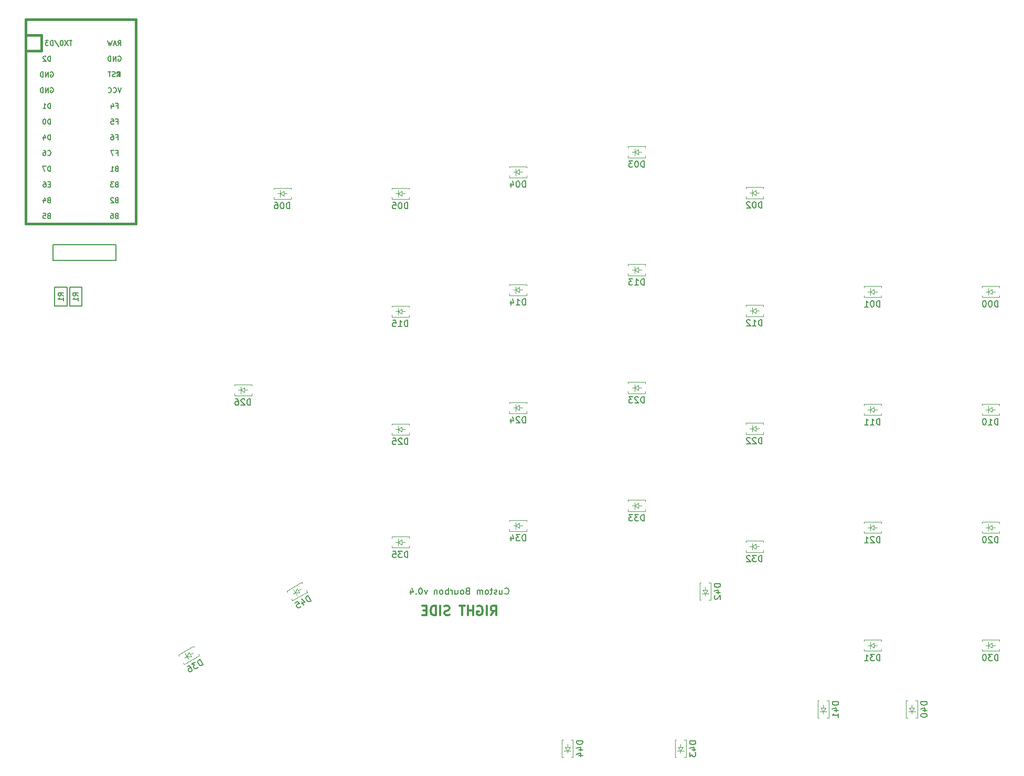
<source format=gbo>
G04 #@! TF.GenerationSoftware,KiCad,Pcbnew,5.1.10*
G04 #@! TF.CreationDate,2021-07-25T23:07:30-04:00*
G04 #@! TF.ProjectId,v04_right,7630345f-7269-4676-9874-2e6b69636164,rev?*
G04 #@! TF.SameCoordinates,Original*
G04 #@! TF.FileFunction,Legend,Bot*
G04 #@! TF.FilePolarity,Positive*
%FSLAX46Y46*%
G04 Gerber Fmt 4.6, Leading zero omitted, Abs format (unit mm)*
G04 Created by KiCad (PCBNEW 5.1.10) date 2021-07-25 23:07:30*
%MOMM*%
%LPD*%
G01*
G04 APERTURE LIST*
%ADD10C,0.300000*%
%ADD11C,0.150000*%
%ADD12C,0.100000*%
%ADD13C,0.381000*%
%ADD14O,2.500000X1.700000*%
%ADD15C,1.200000*%
%ADD16C,2.100000*%
%ADD17C,1.750000*%
%ADD18C,2.200000*%
%ADD19C,2.250000*%
%ADD20C,3.987800*%
%ADD21R,1.200000X0.900000*%
%ADD22R,0.900000X1.200000*%
%ADD23C,1.397000*%
%ADD24R,1.752600X1.752600*%
%ADD25C,1.752600*%
G04 APERTURE END LIST*
D10*
X-108434821Y-119741071D02*
X-107934821Y-119026785D01*
X-107577678Y-119741071D02*
X-107577678Y-118241071D01*
X-108149107Y-118241071D01*
X-108291964Y-118312500D01*
X-108363392Y-118383928D01*
X-108434821Y-118526785D01*
X-108434821Y-118741071D01*
X-108363392Y-118883928D01*
X-108291964Y-118955357D01*
X-108149107Y-119026785D01*
X-107577678Y-119026785D01*
X-109077678Y-119741071D02*
X-109077678Y-118241071D01*
X-110577678Y-118312500D02*
X-110434821Y-118241071D01*
X-110220535Y-118241071D01*
X-110006250Y-118312500D01*
X-109863392Y-118455357D01*
X-109791964Y-118598214D01*
X-109720535Y-118883928D01*
X-109720535Y-119098214D01*
X-109791964Y-119383928D01*
X-109863392Y-119526785D01*
X-110006250Y-119669642D01*
X-110220535Y-119741071D01*
X-110363392Y-119741071D01*
X-110577678Y-119669642D01*
X-110649107Y-119598214D01*
X-110649107Y-119098214D01*
X-110363392Y-119098214D01*
X-111291964Y-119741071D02*
X-111291964Y-118241071D01*
X-111291964Y-118955357D02*
X-112149107Y-118955357D01*
X-112149107Y-119741071D02*
X-112149107Y-118241071D01*
X-112649107Y-118241071D02*
X-113506250Y-118241071D01*
X-113077678Y-119741071D02*
X-113077678Y-118241071D01*
X-115077678Y-119669642D02*
X-115291964Y-119741071D01*
X-115649107Y-119741071D01*
X-115791964Y-119669642D01*
X-115863392Y-119598214D01*
X-115934821Y-119455357D01*
X-115934821Y-119312500D01*
X-115863392Y-119169642D01*
X-115791964Y-119098214D01*
X-115649107Y-119026785D01*
X-115363392Y-118955357D01*
X-115220535Y-118883928D01*
X-115149107Y-118812500D01*
X-115077678Y-118669642D01*
X-115077678Y-118526785D01*
X-115149107Y-118383928D01*
X-115220535Y-118312500D01*
X-115363392Y-118241071D01*
X-115720535Y-118241071D01*
X-115934821Y-118312500D01*
X-116577678Y-119741071D02*
X-116577678Y-118241071D01*
X-117291964Y-119741071D02*
X-117291964Y-118241071D01*
X-117649107Y-118241071D01*
X-117863392Y-118312500D01*
X-118006250Y-118455357D01*
X-118077678Y-118598214D01*
X-118149107Y-118883928D01*
X-118149107Y-119098214D01*
X-118077678Y-119383928D01*
X-118006250Y-119526785D01*
X-117863392Y-119669642D01*
X-117649107Y-119741071D01*
X-117291964Y-119741071D01*
X-118791964Y-118955357D02*
X-119291964Y-118955357D01*
X-119506250Y-119741071D02*
X-118791964Y-119741071D01*
X-118791964Y-118241071D01*
X-119506250Y-118241071D01*
D11*
X-106149107Y-116244642D02*
X-106101488Y-116292261D01*
X-105958630Y-116339880D01*
X-105863392Y-116339880D01*
X-105720535Y-116292261D01*
X-105625297Y-116197023D01*
X-105577678Y-116101785D01*
X-105530059Y-115911309D01*
X-105530059Y-115768452D01*
X-105577678Y-115577976D01*
X-105625297Y-115482738D01*
X-105720535Y-115387500D01*
X-105863392Y-115339880D01*
X-105958630Y-115339880D01*
X-106101488Y-115387500D01*
X-106149107Y-115435119D01*
X-107006250Y-115673214D02*
X-107006250Y-116339880D01*
X-106577678Y-115673214D02*
X-106577678Y-116197023D01*
X-106625297Y-116292261D01*
X-106720535Y-116339880D01*
X-106863392Y-116339880D01*
X-106958630Y-116292261D01*
X-107006250Y-116244642D01*
X-107434821Y-116292261D02*
X-107530059Y-116339880D01*
X-107720535Y-116339880D01*
X-107815773Y-116292261D01*
X-107863392Y-116197023D01*
X-107863392Y-116149404D01*
X-107815773Y-116054166D01*
X-107720535Y-116006547D01*
X-107577678Y-116006547D01*
X-107482440Y-115958928D01*
X-107434821Y-115863690D01*
X-107434821Y-115816071D01*
X-107482440Y-115720833D01*
X-107577678Y-115673214D01*
X-107720535Y-115673214D01*
X-107815773Y-115720833D01*
X-108149107Y-115673214D02*
X-108530059Y-115673214D01*
X-108291964Y-115339880D02*
X-108291964Y-116197023D01*
X-108339583Y-116292261D01*
X-108434821Y-116339880D01*
X-108530059Y-116339880D01*
X-109006250Y-116339880D02*
X-108911011Y-116292261D01*
X-108863392Y-116244642D01*
X-108815773Y-116149404D01*
X-108815773Y-115863690D01*
X-108863392Y-115768452D01*
X-108911011Y-115720833D01*
X-109006250Y-115673214D01*
X-109149107Y-115673214D01*
X-109244345Y-115720833D01*
X-109291964Y-115768452D01*
X-109339583Y-115863690D01*
X-109339583Y-116149404D01*
X-109291964Y-116244642D01*
X-109244345Y-116292261D01*
X-109149107Y-116339880D01*
X-109006250Y-116339880D01*
X-109768154Y-116339880D02*
X-109768154Y-115673214D01*
X-109768154Y-115768452D02*
X-109815773Y-115720833D01*
X-109911011Y-115673214D01*
X-110053869Y-115673214D01*
X-110149107Y-115720833D01*
X-110196726Y-115816071D01*
X-110196726Y-116339880D01*
X-110196726Y-115816071D02*
X-110244345Y-115720833D01*
X-110339583Y-115673214D01*
X-110482440Y-115673214D01*
X-110577678Y-115720833D01*
X-110625297Y-115816071D01*
X-110625297Y-116339880D01*
X-112196726Y-115816071D02*
X-112339583Y-115863690D01*
X-112387202Y-115911309D01*
X-112434821Y-116006547D01*
X-112434821Y-116149404D01*
X-112387202Y-116244642D01*
X-112339583Y-116292261D01*
X-112244345Y-116339880D01*
X-111863392Y-116339880D01*
X-111863392Y-115339880D01*
X-112196726Y-115339880D01*
X-112291964Y-115387500D01*
X-112339583Y-115435119D01*
X-112387202Y-115530357D01*
X-112387202Y-115625595D01*
X-112339583Y-115720833D01*
X-112291964Y-115768452D01*
X-112196726Y-115816071D01*
X-111863392Y-115816071D01*
X-113006250Y-116339880D02*
X-112911011Y-116292261D01*
X-112863392Y-116244642D01*
X-112815773Y-116149404D01*
X-112815773Y-115863690D01*
X-112863392Y-115768452D01*
X-112911011Y-115720833D01*
X-113006250Y-115673214D01*
X-113149107Y-115673214D01*
X-113244345Y-115720833D01*
X-113291964Y-115768452D01*
X-113339583Y-115863690D01*
X-113339583Y-116149404D01*
X-113291964Y-116244642D01*
X-113244345Y-116292261D01*
X-113149107Y-116339880D01*
X-113006250Y-116339880D01*
X-114196726Y-115673214D02*
X-114196726Y-116339880D01*
X-113768154Y-115673214D02*
X-113768154Y-116197023D01*
X-113815773Y-116292261D01*
X-113911011Y-116339880D01*
X-114053869Y-116339880D01*
X-114149107Y-116292261D01*
X-114196726Y-116244642D01*
X-114672916Y-116339880D02*
X-114672916Y-115673214D01*
X-114672916Y-115863690D02*
X-114720535Y-115768452D01*
X-114768154Y-115720833D01*
X-114863392Y-115673214D01*
X-114958630Y-115673214D01*
X-115291964Y-116339880D02*
X-115291964Y-115339880D01*
X-115291964Y-115720833D02*
X-115387202Y-115673214D01*
X-115577678Y-115673214D01*
X-115672916Y-115720833D01*
X-115720535Y-115768452D01*
X-115768154Y-115863690D01*
X-115768154Y-116149404D01*
X-115720535Y-116244642D01*
X-115672916Y-116292261D01*
X-115577678Y-116339880D01*
X-115387202Y-116339880D01*
X-115291964Y-116292261D01*
X-116339583Y-116339880D02*
X-116244345Y-116292261D01*
X-116196726Y-116244642D01*
X-116149107Y-116149404D01*
X-116149107Y-115863690D01*
X-116196726Y-115768452D01*
X-116244345Y-115720833D01*
X-116339583Y-115673214D01*
X-116482440Y-115673214D01*
X-116577678Y-115720833D01*
X-116625297Y-115768452D01*
X-116672916Y-115863690D01*
X-116672916Y-116149404D01*
X-116625297Y-116244642D01*
X-116577678Y-116292261D01*
X-116482440Y-116339880D01*
X-116339583Y-116339880D01*
X-117101488Y-115673214D02*
X-117101488Y-116339880D01*
X-117101488Y-115768452D02*
X-117149107Y-115720833D01*
X-117244345Y-115673214D01*
X-117387202Y-115673214D01*
X-117482440Y-115720833D01*
X-117530059Y-115816071D01*
X-117530059Y-116339880D01*
X-118672916Y-115673214D02*
X-118911011Y-116339880D01*
X-119149107Y-115673214D01*
X-119720535Y-115339880D02*
X-119815773Y-115339880D01*
X-119911011Y-115387500D01*
X-119958630Y-115435119D01*
X-120006250Y-115530357D01*
X-120053869Y-115720833D01*
X-120053869Y-115958928D01*
X-120006250Y-116149404D01*
X-119958630Y-116244642D01*
X-119911011Y-116292261D01*
X-119815773Y-116339880D01*
X-119720535Y-116339880D01*
X-119625297Y-116292261D01*
X-119577678Y-116244642D01*
X-119530059Y-116149404D01*
X-119482440Y-115958928D01*
X-119482440Y-115720833D01*
X-119530059Y-115530357D01*
X-119577678Y-115435119D01*
X-119625297Y-115387500D01*
X-119720535Y-115339880D01*
X-120482440Y-116244642D02*
X-120530059Y-116292261D01*
X-120482440Y-116339880D01*
X-120434821Y-116292261D01*
X-120482440Y-116244642D01*
X-120482440Y-116339880D01*
X-121387202Y-115673214D02*
X-121387202Y-116339880D01*
X-121149107Y-115292261D02*
X-120911011Y-116006547D01*
X-121530059Y-116006547D01*
D12*
X-140462436Y-117366923D02*
X-138037564Y-115966923D01*
X-138037564Y-115966923D02*
X-138937564Y-114408077D01*
X-138937564Y-114408077D02*
X-141362436Y-115808077D01*
X-141362436Y-115808077D02*
X-140462436Y-117366923D01*
X-140349519Y-116262500D02*
X-140003109Y-116062500D01*
X-140003109Y-116062500D02*
X-139728109Y-116538814D01*
X-140003109Y-116062500D02*
X-140278109Y-115586186D01*
X-140003109Y-116062500D02*
X-139283494Y-116108910D01*
X-139283494Y-116108910D02*
X-139683494Y-115416090D01*
X-139683494Y-115416090D02*
X-140003109Y-116062500D01*
X-139483494Y-115762500D02*
X-139050481Y-115512500D01*
X-95143750Y-142687500D02*
X-95143750Y-139887500D01*
X-95143750Y-139887500D02*
X-96943750Y-139887500D01*
X-96943750Y-139887500D02*
X-96943750Y-142687500D01*
X-96943750Y-142687500D02*
X-95143750Y-142687500D01*
X-96043750Y-142037500D02*
X-96043750Y-141637500D01*
X-96043750Y-141637500D02*
X-95493750Y-141637500D01*
X-96043750Y-141637500D02*
X-96593750Y-141637500D01*
X-96043750Y-141637500D02*
X-95643750Y-141037500D01*
X-95643750Y-141037500D02*
X-96443750Y-141037500D01*
X-96443750Y-141037500D02*
X-96043750Y-141637500D01*
X-96043750Y-141037500D02*
X-96043750Y-140537500D01*
X-76887500Y-142687500D02*
X-76887500Y-139887500D01*
X-76887500Y-139887500D02*
X-78687500Y-139887500D01*
X-78687500Y-139887500D02*
X-78687500Y-142687500D01*
X-78687500Y-142687500D02*
X-76887500Y-142687500D01*
X-77787500Y-142037500D02*
X-77787500Y-141637500D01*
X-77787500Y-141637500D02*
X-77237500Y-141637500D01*
X-77787500Y-141637500D02*
X-78337500Y-141637500D01*
X-77787500Y-141637500D02*
X-77387500Y-141037500D01*
X-77387500Y-141037500D02*
X-78187500Y-141037500D01*
X-78187500Y-141037500D02*
X-77787500Y-141637500D01*
X-77787500Y-141037500D02*
X-77787500Y-140537500D01*
X-72918750Y-117287500D02*
X-72918750Y-114487500D01*
X-72918750Y-114487500D02*
X-74718750Y-114487500D01*
X-74718750Y-114487500D02*
X-74718750Y-117287500D01*
X-74718750Y-117287500D02*
X-72918750Y-117287500D01*
X-73818750Y-116637500D02*
X-73818750Y-116237500D01*
X-73818750Y-116237500D02*
X-73268750Y-116237500D01*
X-73818750Y-116237500D02*
X-74368750Y-116237500D01*
X-73818750Y-116237500D02*
X-73418750Y-115637500D01*
X-73418750Y-115637500D02*
X-74218750Y-115637500D01*
X-74218750Y-115637500D02*
X-73818750Y-116237500D01*
X-73818750Y-115637500D02*
X-73818750Y-115137500D01*
X-53868750Y-136337500D02*
X-53868750Y-133537500D01*
X-53868750Y-133537500D02*
X-55668750Y-133537500D01*
X-55668750Y-133537500D02*
X-55668750Y-136337500D01*
X-55668750Y-136337500D02*
X-53868750Y-136337500D01*
X-54768750Y-135687500D02*
X-54768750Y-135287500D01*
X-54768750Y-135287500D02*
X-54218750Y-135287500D01*
X-54768750Y-135287500D02*
X-55318750Y-135287500D01*
X-54768750Y-135287500D02*
X-54368750Y-134687500D01*
X-54368750Y-134687500D02*
X-55168750Y-134687500D01*
X-55168750Y-134687500D02*
X-54768750Y-135287500D01*
X-54768750Y-134687500D02*
X-54768750Y-134187500D01*
X-39581250Y-136337500D02*
X-39581250Y-133537500D01*
X-39581250Y-133537500D02*
X-41381250Y-133537500D01*
X-41381250Y-133537500D02*
X-41381250Y-136337500D01*
X-41381250Y-136337500D02*
X-39581250Y-136337500D01*
X-40481250Y-135687500D02*
X-40481250Y-135287500D01*
X-40481250Y-135287500D02*
X-39931250Y-135287500D01*
X-40481250Y-135287500D02*
X-41031250Y-135287500D01*
X-40481250Y-135287500D02*
X-40081250Y-134687500D01*
X-40081250Y-134687500D02*
X-40881250Y-134687500D01*
X-40881250Y-134687500D02*
X-40481250Y-135287500D01*
X-40481250Y-134687500D02*
X-40481250Y-134187500D01*
X-157924936Y-127685673D02*
X-155500064Y-126285673D01*
X-155500064Y-126285673D02*
X-156400064Y-124726827D01*
X-156400064Y-124726827D02*
X-158824936Y-126126827D01*
X-158824936Y-126126827D02*
X-157924936Y-127685673D01*
X-157812019Y-126581250D02*
X-157465609Y-126381250D01*
X-157465609Y-126381250D02*
X-157190609Y-126857564D01*
X-157465609Y-126381250D02*
X-157740609Y-125904936D01*
X-157465609Y-126381250D02*
X-156745994Y-126427660D01*
X-156745994Y-126427660D02*
X-157145994Y-125734840D01*
X-157145994Y-125734840D02*
X-157465609Y-126381250D01*
X-156945994Y-126081250D02*
X-156512981Y-125831250D01*
X-124431250Y-108850000D02*
X-121631250Y-108850000D01*
X-121631250Y-108850000D02*
X-121631250Y-107050000D01*
X-121631250Y-107050000D02*
X-124431250Y-107050000D01*
X-124431250Y-107050000D02*
X-124431250Y-108850000D01*
X-123781250Y-107950000D02*
X-123381250Y-107950000D01*
X-123381250Y-107950000D02*
X-123381250Y-108500000D01*
X-123381250Y-107950000D02*
X-123381250Y-107400000D01*
X-123381250Y-107950000D02*
X-122781250Y-108350000D01*
X-122781250Y-108350000D02*
X-122781250Y-107550000D01*
X-122781250Y-107550000D02*
X-123381250Y-107950000D01*
X-122781250Y-107950000D02*
X-122281250Y-107950000D01*
X-105430000Y-106165000D02*
X-102630000Y-106165000D01*
X-102630000Y-106165000D02*
X-102630000Y-104365000D01*
X-102630000Y-104365000D02*
X-105430000Y-104365000D01*
X-105430000Y-104365000D02*
X-105430000Y-106165000D01*
X-104780000Y-105265000D02*
X-104380000Y-105265000D01*
X-104380000Y-105265000D02*
X-104380000Y-105815000D01*
X-104380000Y-105265000D02*
X-104380000Y-104715000D01*
X-104380000Y-105265000D02*
X-103780000Y-105665000D01*
X-103780000Y-105665000D02*
X-103780000Y-104865000D01*
X-103780000Y-104865000D02*
X-104380000Y-105265000D01*
X-103780000Y-105265000D02*
X-103280000Y-105265000D01*
X-86280000Y-102940000D02*
X-83480000Y-102940000D01*
X-83480000Y-102940000D02*
X-83480000Y-101140000D01*
X-83480000Y-101140000D02*
X-86280000Y-101140000D01*
X-86280000Y-101140000D02*
X-86280000Y-102940000D01*
X-85630000Y-102040000D02*
X-85230000Y-102040000D01*
X-85230000Y-102040000D02*
X-85230000Y-102590000D01*
X-85230000Y-102040000D02*
X-85230000Y-101490000D01*
X-85230000Y-102040000D02*
X-84630000Y-102440000D01*
X-84630000Y-102440000D02*
X-84630000Y-101640000D01*
X-84630000Y-101640000D02*
X-85230000Y-102040000D01*
X-84630000Y-102040000D02*
X-84130000Y-102040000D01*
X-67280000Y-109540000D02*
X-64480000Y-109540000D01*
X-64480000Y-109540000D02*
X-64480000Y-107740000D01*
X-64480000Y-107740000D02*
X-67280000Y-107740000D01*
X-67280000Y-107740000D02*
X-67280000Y-109540000D01*
X-66630000Y-108640000D02*
X-66230000Y-108640000D01*
X-66230000Y-108640000D02*
X-66230000Y-109190000D01*
X-66230000Y-108640000D02*
X-66230000Y-108090000D01*
X-66230000Y-108640000D02*
X-65630000Y-109040000D01*
X-65630000Y-109040000D02*
X-65630000Y-108240000D01*
X-65630000Y-108240000D02*
X-66230000Y-108640000D01*
X-65630000Y-108640000D02*
X-65130000Y-108640000D01*
X-48231250Y-125518750D02*
X-45431250Y-125518750D01*
X-45431250Y-125518750D02*
X-45431250Y-123718750D01*
X-45431250Y-123718750D02*
X-48231250Y-123718750D01*
X-48231250Y-123718750D02*
X-48231250Y-125518750D01*
X-47581250Y-124618750D02*
X-47181250Y-124618750D01*
X-47181250Y-124618750D02*
X-47181250Y-125168750D01*
X-47181250Y-124618750D02*
X-47181250Y-124068750D01*
X-47181250Y-124618750D02*
X-46581250Y-125018750D01*
X-46581250Y-125018750D02*
X-46581250Y-124218750D01*
X-46581250Y-124218750D02*
X-47181250Y-124618750D01*
X-46581250Y-124618750D02*
X-46081250Y-124618750D01*
X-29181250Y-125518750D02*
X-26381250Y-125518750D01*
X-26381250Y-125518750D02*
X-26381250Y-123718750D01*
X-26381250Y-123718750D02*
X-29181250Y-123718750D01*
X-29181250Y-123718750D02*
X-29181250Y-125518750D01*
X-28531250Y-124618750D02*
X-28131250Y-124618750D01*
X-28131250Y-124618750D02*
X-28131250Y-125168750D01*
X-28131250Y-124618750D02*
X-28131250Y-124068750D01*
X-28131250Y-124618750D02*
X-27531250Y-125018750D01*
X-27531250Y-125018750D02*
X-27531250Y-124218750D01*
X-27531250Y-124218750D02*
X-28131250Y-124618750D01*
X-27531250Y-124618750D02*
X-27031250Y-124618750D01*
X-149831250Y-84243750D02*
X-147031250Y-84243750D01*
X-147031250Y-84243750D02*
X-147031250Y-82443750D01*
X-147031250Y-82443750D02*
X-149831250Y-82443750D01*
X-149831250Y-82443750D02*
X-149831250Y-84243750D01*
X-149181250Y-83343750D02*
X-148781250Y-83343750D01*
X-148781250Y-83343750D02*
X-148781250Y-83893750D01*
X-148781250Y-83343750D02*
X-148781250Y-82793750D01*
X-148781250Y-83343750D02*
X-148181250Y-83743750D01*
X-148181250Y-83743750D02*
X-148181250Y-82943750D01*
X-148181250Y-82943750D02*
X-148781250Y-83343750D01*
X-148181250Y-83343750D02*
X-147681250Y-83343750D01*
X-124431250Y-90593750D02*
X-121631250Y-90593750D01*
X-121631250Y-90593750D02*
X-121631250Y-88793750D01*
X-121631250Y-88793750D02*
X-124431250Y-88793750D01*
X-124431250Y-88793750D02*
X-124431250Y-90593750D01*
X-123781250Y-89693750D02*
X-123381250Y-89693750D01*
X-123381250Y-89693750D02*
X-123381250Y-90243750D01*
X-123381250Y-89693750D02*
X-123381250Y-89143750D01*
X-123381250Y-89693750D02*
X-122781250Y-90093750D01*
X-122781250Y-90093750D02*
X-122781250Y-89293750D01*
X-122781250Y-89293750D02*
X-123381250Y-89693750D01*
X-122781250Y-89693750D02*
X-122281250Y-89693750D01*
X-105430000Y-87115000D02*
X-102630000Y-87115000D01*
X-102630000Y-87115000D02*
X-102630000Y-85315000D01*
X-102630000Y-85315000D02*
X-105430000Y-85315000D01*
X-105430000Y-85315000D02*
X-105430000Y-87115000D01*
X-104780000Y-86215000D02*
X-104380000Y-86215000D01*
X-104380000Y-86215000D02*
X-104380000Y-86765000D01*
X-104380000Y-86215000D02*
X-104380000Y-85665000D01*
X-104380000Y-86215000D02*
X-103780000Y-86615000D01*
X-103780000Y-86615000D02*
X-103780000Y-85815000D01*
X-103780000Y-85815000D02*
X-104380000Y-86215000D01*
X-103780000Y-86215000D02*
X-103280000Y-86215000D01*
X-86280000Y-83890000D02*
X-83480000Y-83890000D01*
X-83480000Y-83890000D02*
X-83480000Y-82090000D01*
X-83480000Y-82090000D02*
X-86280000Y-82090000D01*
X-86280000Y-82090000D02*
X-86280000Y-83890000D01*
X-85630000Y-82990000D02*
X-85230000Y-82990000D01*
X-85230000Y-82990000D02*
X-85230000Y-83540000D01*
X-85230000Y-82990000D02*
X-85230000Y-82440000D01*
X-85230000Y-82990000D02*
X-84630000Y-83390000D01*
X-84630000Y-83390000D02*
X-84630000Y-82590000D01*
X-84630000Y-82590000D02*
X-85230000Y-82990000D01*
X-84630000Y-82990000D02*
X-84130000Y-82990000D01*
X-67280000Y-90490000D02*
X-64480000Y-90490000D01*
X-64480000Y-90490000D02*
X-64480000Y-88690000D01*
X-64480000Y-88690000D02*
X-67280000Y-88690000D01*
X-67280000Y-88690000D02*
X-67280000Y-90490000D01*
X-66630000Y-89590000D02*
X-66230000Y-89590000D01*
X-66230000Y-89590000D02*
X-66230000Y-90140000D01*
X-66230000Y-89590000D02*
X-66230000Y-89040000D01*
X-66230000Y-89590000D02*
X-65630000Y-89990000D01*
X-65630000Y-89990000D02*
X-65630000Y-89190000D01*
X-65630000Y-89190000D02*
X-66230000Y-89590000D01*
X-65630000Y-89590000D02*
X-65130000Y-89590000D01*
X-48231250Y-106468750D02*
X-45431250Y-106468750D01*
X-45431250Y-106468750D02*
X-45431250Y-104668750D01*
X-45431250Y-104668750D02*
X-48231250Y-104668750D01*
X-48231250Y-104668750D02*
X-48231250Y-106468750D01*
X-47581250Y-105568750D02*
X-47181250Y-105568750D01*
X-47181250Y-105568750D02*
X-47181250Y-106118750D01*
X-47181250Y-105568750D02*
X-47181250Y-105018750D01*
X-47181250Y-105568750D02*
X-46581250Y-105968750D01*
X-46581250Y-105968750D02*
X-46581250Y-105168750D01*
X-46581250Y-105168750D02*
X-47181250Y-105568750D01*
X-46581250Y-105568750D02*
X-46081250Y-105568750D01*
X-29181250Y-106468750D02*
X-26381250Y-106468750D01*
X-26381250Y-106468750D02*
X-26381250Y-104668750D01*
X-26381250Y-104668750D02*
X-29181250Y-104668750D01*
X-29181250Y-104668750D02*
X-29181250Y-106468750D01*
X-28531250Y-105568750D02*
X-28131250Y-105568750D01*
X-28131250Y-105568750D02*
X-28131250Y-106118750D01*
X-28131250Y-105568750D02*
X-28131250Y-105018750D01*
X-28131250Y-105568750D02*
X-27531250Y-105968750D01*
X-27531250Y-105968750D02*
X-27531250Y-105168750D01*
X-27531250Y-105168750D02*
X-28131250Y-105568750D01*
X-27531250Y-105568750D02*
X-27031250Y-105568750D01*
X-124431250Y-71543750D02*
X-121631250Y-71543750D01*
X-121631250Y-71543750D02*
X-121631250Y-69743750D01*
X-121631250Y-69743750D02*
X-124431250Y-69743750D01*
X-124431250Y-69743750D02*
X-124431250Y-71543750D01*
X-123781250Y-70643750D02*
X-123381250Y-70643750D01*
X-123381250Y-70643750D02*
X-123381250Y-71193750D01*
X-123381250Y-70643750D02*
X-123381250Y-70093750D01*
X-123381250Y-70643750D02*
X-122781250Y-71043750D01*
X-122781250Y-71043750D02*
X-122781250Y-70243750D01*
X-122781250Y-70243750D02*
X-123381250Y-70643750D01*
X-122781250Y-70643750D02*
X-122281250Y-70643750D01*
X-105430000Y-68065000D02*
X-102630000Y-68065000D01*
X-102630000Y-68065000D02*
X-102630000Y-66265000D01*
X-102630000Y-66265000D02*
X-105430000Y-66265000D01*
X-105430000Y-66265000D02*
X-105430000Y-68065000D01*
X-104780000Y-67165000D02*
X-104380000Y-67165000D01*
X-104380000Y-67165000D02*
X-104380000Y-67715000D01*
X-104380000Y-67165000D02*
X-104380000Y-66615000D01*
X-104380000Y-67165000D02*
X-103780000Y-67565000D01*
X-103780000Y-67565000D02*
X-103780000Y-66765000D01*
X-103780000Y-66765000D02*
X-104380000Y-67165000D01*
X-103780000Y-67165000D02*
X-103280000Y-67165000D01*
X-86280000Y-64840000D02*
X-83480000Y-64840000D01*
X-83480000Y-64840000D02*
X-83480000Y-63040000D01*
X-83480000Y-63040000D02*
X-86280000Y-63040000D01*
X-86280000Y-63040000D02*
X-86280000Y-64840000D01*
X-85630000Y-63940000D02*
X-85230000Y-63940000D01*
X-85230000Y-63940000D02*
X-85230000Y-64490000D01*
X-85230000Y-63940000D02*
X-85230000Y-63390000D01*
X-85230000Y-63940000D02*
X-84630000Y-64340000D01*
X-84630000Y-64340000D02*
X-84630000Y-63540000D01*
X-84630000Y-63540000D02*
X-85230000Y-63940000D01*
X-84630000Y-63940000D02*
X-84130000Y-63940000D01*
X-67280000Y-71440000D02*
X-64480000Y-71440000D01*
X-64480000Y-71440000D02*
X-64480000Y-69640000D01*
X-64480000Y-69640000D02*
X-67280000Y-69640000D01*
X-67280000Y-69640000D02*
X-67280000Y-71440000D01*
X-66630000Y-70540000D02*
X-66230000Y-70540000D01*
X-66230000Y-70540000D02*
X-66230000Y-71090000D01*
X-66230000Y-70540000D02*
X-66230000Y-69990000D01*
X-66230000Y-70540000D02*
X-65630000Y-70940000D01*
X-65630000Y-70940000D02*
X-65630000Y-70140000D01*
X-65630000Y-70140000D02*
X-66230000Y-70540000D01*
X-65630000Y-70540000D02*
X-65130000Y-70540000D01*
X-48231250Y-87418750D02*
X-45431250Y-87418750D01*
X-45431250Y-87418750D02*
X-45431250Y-85618750D01*
X-45431250Y-85618750D02*
X-48231250Y-85618750D01*
X-48231250Y-85618750D02*
X-48231250Y-87418750D01*
X-47581250Y-86518750D02*
X-47181250Y-86518750D01*
X-47181250Y-86518750D02*
X-47181250Y-87068750D01*
X-47181250Y-86518750D02*
X-47181250Y-85968750D01*
X-47181250Y-86518750D02*
X-46581250Y-86918750D01*
X-46581250Y-86918750D02*
X-46581250Y-86118750D01*
X-46581250Y-86118750D02*
X-47181250Y-86518750D01*
X-46581250Y-86518750D02*
X-46081250Y-86518750D01*
X-29181250Y-87418750D02*
X-26381250Y-87418750D01*
X-26381250Y-87418750D02*
X-26381250Y-85618750D01*
X-26381250Y-85618750D02*
X-29181250Y-85618750D01*
X-29181250Y-85618750D02*
X-29181250Y-87418750D01*
X-28531250Y-86518750D02*
X-28131250Y-86518750D01*
X-28131250Y-86518750D02*
X-28131250Y-87068750D01*
X-28131250Y-86518750D02*
X-28131250Y-85968750D01*
X-28131250Y-86518750D02*
X-27531250Y-86918750D01*
X-27531250Y-86918750D02*
X-27531250Y-86118750D01*
X-27531250Y-86118750D02*
X-28131250Y-86518750D01*
X-27531250Y-86518750D02*
X-27031250Y-86518750D01*
X-143481250Y-52493750D02*
X-140681250Y-52493750D01*
X-140681250Y-52493750D02*
X-140681250Y-50693750D01*
X-140681250Y-50693750D02*
X-143481250Y-50693750D01*
X-143481250Y-50693750D02*
X-143481250Y-52493750D01*
X-142831250Y-51593750D02*
X-142431250Y-51593750D01*
X-142431250Y-51593750D02*
X-142431250Y-52143750D01*
X-142431250Y-51593750D02*
X-142431250Y-51043750D01*
X-142431250Y-51593750D02*
X-141831250Y-51993750D01*
X-141831250Y-51993750D02*
X-141831250Y-51193750D01*
X-141831250Y-51193750D02*
X-142431250Y-51593750D01*
X-141831250Y-51593750D02*
X-141331250Y-51593750D01*
X-124431250Y-52493750D02*
X-121631250Y-52493750D01*
X-121631250Y-52493750D02*
X-121631250Y-50693750D01*
X-121631250Y-50693750D02*
X-124431250Y-50693750D01*
X-124431250Y-50693750D02*
X-124431250Y-52493750D01*
X-123781250Y-51593750D02*
X-123381250Y-51593750D01*
X-123381250Y-51593750D02*
X-123381250Y-52143750D01*
X-123381250Y-51593750D02*
X-123381250Y-51043750D01*
X-123381250Y-51593750D02*
X-122781250Y-51993750D01*
X-122781250Y-51993750D02*
X-122781250Y-51193750D01*
X-122781250Y-51193750D02*
X-123381250Y-51593750D01*
X-122781250Y-51593750D02*
X-122281250Y-51593750D01*
X-105430000Y-49015000D02*
X-102630000Y-49015000D01*
X-102630000Y-49015000D02*
X-102630000Y-47215000D01*
X-102630000Y-47215000D02*
X-105430000Y-47215000D01*
X-105430000Y-47215000D02*
X-105430000Y-49015000D01*
X-104780000Y-48115000D02*
X-104380000Y-48115000D01*
X-104380000Y-48115000D02*
X-104380000Y-48665000D01*
X-104380000Y-48115000D02*
X-104380000Y-47565000D01*
X-104380000Y-48115000D02*
X-103780000Y-48515000D01*
X-103780000Y-48515000D02*
X-103780000Y-47715000D01*
X-103780000Y-47715000D02*
X-104380000Y-48115000D01*
X-103780000Y-48115000D02*
X-103280000Y-48115000D01*
X-86280000Y-45790000D02*
X-83480000Y-45790000D01*
X-83480000Y-45790000D02*
X-83480000Y-43990000D01*
X-83480000Y-43990000D02*
X-86280000Y-43990000D01*
X-86280000Y-43990000D02*
X-86280000Y-45790000D01*
X-85630000Y-44890000D02*
X-85230000Y-44890000D01*
X-85230000Y-44890000D02*
X-85230000Y-45440000D01*
X-85230000Y-44890000D02*
X-85230000Y-44340000D01*
X-85230000Y-44890000D02*
X-84630000Y-45290000D01*
X-84630000Y-45290000D02*
X-84630000Y-44490000D01*
X-84630000Y-44490000D02*
X-85230000Y-44890000D01*
X-84630000Y-44890000D02*
X-84130000Y-44890000D01*
X-67280000Y-52390000D02*
X-64480000Y-52390000D01*
X-64480000Y-52390000D02*
X-64480000Y-50590000D01*
X-64480000Y-50590000D02*
X-67280000Y-50590000D01*
X-67280000Y-50590000D02*
X-67280000Y-52390000D01*
X-66630000Y-51490000D02*
X-66230000Y-51490000D01*
X-66230000Y-51490000D02*
X-66230000Y-52040000D01*
X-66230000Y-51490000D02*
X-66230000Y-50940000D01*
X-66230000Y-51490000D02*
X-65630000Y-51890000D01*
X-65630000Y-51890000D02*
X-65630000Y-51090000D01*
X-65630000Y-51090000D02*
X-66230000Y-51490000D01*
X-65630000Y-51490000D02*
X-65130000Y-51490000D01*
X-48231250Y-68368750D02*
X-45431250Y-68368750D01*
X-45431250Y-68368750D02*
X-45431250Y-66568750D01*
X-45431250Y-66568750D02*
X-48231250Y-66568750D01*
X-48231250Y-66568750D02*
X-48231250Y-68368750D01*
X-47581250Y-67468750D02*
X-47181250Y-67468750D01*
X-47181250Y-67468750D02*
X-47181250Y-68018750D01*
X-47181250Y-67468750D02*
X-47181250Y-66918750D01*
X-47181250Y-67468750D02*
X-46581250Y-67868750D01*
X-46581250Y-67868750D02*
X-46581250Y-67068750D01*
X-46581250Y-67068750D02*
X-47181250Y-67468750D01*
X-46581250Y-67468750D02*
X-46081250Y-67468750D01*
X-29181250Y-68368750D02*
X-26381250Y-68368750D01*
X-26381250Y-68368750D02*
X-26381250Y-66568750D01*
X-26381250Y-66568750D02*
X-29181250Y-66568750D01*
X-29181250Y-66568750D02*
X-29181250Y-68368750D01*
X-28531250Y-67468750D02*
X-28131250Y-67468750D01*
X-28131250Y-67468750D02*
X-28131250Y-68018750D01*
X-28131250Y-67468750D02*
X-28131250Y-66918750D01*
X-28131250Y-67468750D02*
X-27531250Y-67868750D01*
X-27531250Y-67868750D02*
X-27531250Y-67068750D01*
X-27531250Y-67068750D02*
X-28131250Y-67468750D01*
X-27531250Y-67468750D02*
X-27031250Y-67468750D01*
D11*
X-176800000Y-66762500D02*
X-176800000Y-69762500D01*
X-176800000Y-69762500D02*
X-178800000Y-69762500D01*
X-178800000Y-69762500D02*
X-178800000Y-66762500D01*
X-178800000Y-66762500D02*
X-176800000Y-66762500D01*
X-176418750Y-69762500D02*
X-176418750Y-66762500D01*
X-176418750Y-66762500D02*
X-174418750Y-66762500D01*
X-174418750Y-66762500D02*
X-174418750Y-69762500D01*
X-174418750Y-69762500D02*
X-176418750Y-69762500D01*
X-179070000Y-59848750D02*
X-168910000Y-59848750D01*
X-168910000Y-59848750D02*
X-168910000Y-62388750D01*
X-168910000Y-62388750D02*
X-179070000Y-62388750D01*
X-179070000Y-62388750D02*
X-179070000Y-59848750D01*
D13*
X-180975000Y-28575000D02*
X-183515000Y-28575000D01*
X-180975000Y-26035000D02*
X-180975000Y-28575000D01*
D11*
G36*
X-168580365Y-32324030D02*
G01*
X-168580365Y-32424030D01*
X-168480365Y-32424030D01*
X-168480365Y-32324030D01*
X-168580365Y-32324030D01*
G37*
X-168580365Y-32324030D02*
X-168580365Y-32424030D01*
X-168480365Y-32424030D01*
X-168480365Y-32324030D01*
X-168580365Y-32324030D01*
G36*
X-168380365Y-31924030D02*
G01*
X-168380365Y-32724030D01*
X-168280365Y-32724030D01*
X-168280365Y-31924030D01*
X-168380365Y-31924030D01*
G37*
X-168380365Y-31924030D02*
X-168380365Y-32724030D01*
X-168280365Y-32724030D01*
X-168280365Y-31924030D01*
X-168380365Y-31924030D01*
G36*
X-168780365Y-32524030D02*
G01*
X-168780365Y-32724030D01*
X-168680365Y-32724030D01*
X-168680365Y-32524030D01*
X-168780365Y-32524030D01*
G37*
X-168780365Y-32524030D02*
X-168780365Y-32724030D01*
X-168680365Y-32724030D01*
X-168680365Y-32524030D01*
X-168780365Y-32524030D01*
G36*
X-168780365Y-31924030D02*
G01*
X-168780365Y-32224030D01*
X-168680365Y-32224030D01*
X-168680365Y-31924030D01*
X-168780365Y-31924030D01*
G37*
X-168780365Y-31924030D02*
X-168780365Y-32224030D01*
X-168680365Y-32224030D01*
X-168680365Y-31924030D01*
X-168780365Y-31924030D01*
G36*
X-168780365Y-31924030D02*
G01*
X-168780365Y-32024030D01*
X-168280365Y-32024030D01*
X-168280365Y-31924030D01*
X-168780365Y-31924030D01*
G37*
X-168780365Y-31924030D02*
X-168780365Y-32024030D01*
X-168280365Y-32024030D01*
X-168280365Y-31924030D01*
X-168780365Y-31924030D01*
D13*
X-165735000Y-56515000D02*
X-165735000Y-23495000D01*
X-183515000Y-56515000D02*
X-165735000Y-56515000D01*
X-183515000Y-23495000D02*
X-183515000Y-56515000D01*
X-165735000Y-23495000D02*
X-183515000Y-23495000D01*
X-180975000Y-26035000D02*
X-183515000Y-26035000D01*
D11*
X-137422207Y-117404181D02*
X-137922207Y-116538156D01*
X-138128403Y-116657203D01*
X-138228312Y-116769871D01*
X-138263171Y-116899969D01*
X-138256791Y-117006257D01*
X-138202793Y-117195024D01*
X-138131364Y-117318742D01*
X-137994887Y-117459889D01*
X-137906028Y-117518558D01*
X-137775931Y-117553418D01*
X-137628403Y-117523229D01*
X-137422207Y-117404181D01*
X-138992719Y-117541116D02*
X-138659386Y-118118467D01*
X-138976999Y-117092154D02*
X-138413660Y-117591696D01*
X-138949770Y-117901220D01*
X-140025411Y-117752441D02*
X-139613018Y-117514346D01*
X-139333684Y-117902930D01*
X-139398733Y-117885500D01*
X-139505021Y-117891880D01*
X-139711217Y-118010927D01*
X-139769886Y-118099786D01*
X-139787316Y-118164834D01*
X-139780936Y-118271123D01*
X-139661889Y-118477319D01*
X-139573030Y-118535988D01*
X-139507982Y-118553418D01*
X-139401693Y-118547038D01*
X-139195497Y-118427991D01*
X-139136828Y-118339132D01*
X-139119398Y-118274083D01*
X-93591369Y-140073214D02*
X-94591369Y-140073214D01*
X-94591369Y-140311309D01*
X-94543750Y-140454166D01*
X-94448511Y-140549404D01*
X-94353273Y-140597023D01*
X-94162797Y-140644642D01*
X-94019940Y-140644642D01*
X-93829464Y-140597023D01*
X-93734226Y-140549404D01*
X-93638988Y-140454166D01*
X-93591369Y-140311309D01*
X-93591369Y-140073214D01*
X-94258035Y-141501785D02*
X-93591369Y-141501785D01*
X-94638988Y-141263690D02*
X-93924702Y-141025595D01*
X-93924702Y-141644642D01*
X-94258035Y-142454166D02*
X-93591369Y-142454166D01*
X-94638988Y-142216071D02*
X-93924702Y-141977976D01*
X-93924702Y-142597023D01*
X-75335119Y-140073214D02*
X-76335119Y-140073214D01*
X-76335119Y-140311309D01*
X-76287500Y-140454166D01*
X-76192261Y-140549404D01*
X-76097023Y-140597023D01*
X-75906547Y-140644642D01*
X-75763690Y-140644642D01*
X-75573214Y-140597023D01*
X-75477976Y-140549404D01*
X-75382738Y-140454166D01*
X-75335119Y-140311309D01*
X-75335119Y-140073214D01*
X-76001785Y-141501785D02*
X-75335119Y-141501785D01*
X-76382738Y-141263690D02*
X-75668452Y-141025595D01*
X-75668452Y-141644642D01*
X-76335119Y-141930357D02*
X-76335119Y-142549404D01*
X-75954166Y-142216071D01*
X-75954166Y-142358928D01*
X-75906547Y-142454166D01*
X-75858928Y-142501785D01*
X-75763690Y-142549404D01*
X-75525595Y-142549404D01*
X-75430357Y-142501785D01*
X-75382738Y-142454166D01*
X-75335119Y-142358928D01*
X-75335119Y-142073214D01*
X-75382738Y-141977976D01*
X-75430357Y-141930357D01*
X-71366369Y-114673214D02*
X-72366369Y-114673214D01*
X-72366369Y-114911309D01*
X-72318750Y-115054166D01*
X-72223511Y-115149404D01*
X-72128273Y-115197023D01*
X-71937797Y-115244642D01*
X-71794940Y-115244642D01*
X-71604464Y-115197023D01*
X-71509226Y-115149404D01*
X-71413988Y-115054166D01*
X-71366369Y-114911309D01*
X-71366369Y-114673214D01*
X-72033035Y-116101785D02*
X-71366369Y-116101785D01*
X-72413988Y-115863690D02*
X-71699702Y-115625595D01*
X-71699702Y-116244642D01*
X-72271130Y-116577976D02*
X-72318750Y-116625595D01*
X-72366369Y-116720833D01*
X-72366369Y-116958928D01*
X-72318750Y-117054166D01*
X-72271130Y-117101785D01*
X-72175892Y-117149404D01*
X-72080654Y-117149404D01*
X-71937797Y-117101785D01*
X-71366369Y-116530357D01*
X-71366369Y-117149404D01*
X-52316369Y-133723214D02*
X-53316369Y-133723214D01*
X-53316369Y-133961309D01*
X-53268750Y-134104166D01*
X-53173511Y-134199404D01*
X-53078273Y-134247023D01*
X-52887797Y-134294642D01*
X-52744940Y-134294642D01*
X-52554464Y-134247023D01*
X-52459226Y-134199404D01*
X-52363988Y-134104166D01*
X-52316369Y-133961309D01*
X-52316369Y-133723214D01*
X-52983035Y-135151785D02*
X-52316369Y-135151785D01*
X-53363988Y-134913690D02*
X-52649702Y-134675595D01*
X-52649702Y-135294642D01*
X-52316369Y-136199404D02*
X-52316369Y-135627976D01*
X-52316369Y-135913690D02*
X-53316369Y-135913690D01*
X-53173511Y-135818452D01*
X-53078273Y-135723214D01*
X-53030654Y-135627976D01*
X-38028869Y-133723214D02*
X-39028869Y-133723214D01*
X-39028869Y-133961309D01*
X-38981250Y-134104166D01*
X-38886011Y-134199404D01*
X-38790773Y-134247023D01*
X-38600297Y-134294642D01*
X-38457440Y-134294642D01*
X-38266964Y-134247023D01*
X-38171726Y-134199404D01*
X-38076488Y-134104166D01*
X-38028869Y-133961309D01*
X-38028869Y-133723214D01*
X-38695535Y-135151785D02*
X-38028869Y-135151785D01*
X-39076488Y-134913690D02*
X-38362202Y-134675595D01*
X-38362202Y-135294642D01*
X-39028869Y-135866071D02*
X-39028869Y-135961309D01*
X-38981250Y-136056547D01*
X-38933630Y-136104166D01*
X-38838392Y-136151785D01*
X-38647916Y-136199404D01*
X-38409821Y-136199404D01*
X-38219345Y-136151785D01*
X-38124107Y-136104166D01*
X-38076488Y-136056547D01*
X-38028869Y-135961309D01*
X-38028869Y-135866071D01*
X-38076488Y-135770833D01*
X-38124107Y-135723214D01*
X-38219345Y-135675595D01*
X-38409821Y-135627976D01*
X-38647916Y-135627976D01*
X-38838392Y-135675595D01*
X-38933630Y-135723214D01*
X-38981250Y-135770833D01*
X-39028869Y-135866071D01*
X-154884707Y-127722931D02*
X-155384707Y-126856906D01*
X-155590903Y-126975953D01*
X-155690812Y-127088621D01*
X-155725671Y-127218719D01*
X-155719291Y-127325007D01*
X-155665293Y-127513774D01*
X-155593864Y-127637492D01*
X-155457387Y-127778639D01*
X-155368528Y-127837308D01*
X-155238431Y-127872168D01*
X-155090903Y-127841979D01*
X-154884707Y-127722931D01*
X-156168254Y-127309287D02*
X-156704365Y-127618810D01*
X-156225213Y-127782058D01*
X-156348931Y-127853487D01*
X-156407600Y-127942345D01*
X-156425030Y-128007394D01*
X-156418650Y-128113682D01*
X-156299603Y-128319879D01*
X-156210744Y-128378548D01*
X-156145695Y-128395977D01*
X-156039407Y-128389598D01*
X-155791971Y-128246741D01*
X-155733302Y-128157882D01*
X-155715873Y-128092833D01*
X-157446672Y-128047382D02*
X-157281715Y-127952144D01*
X-157175427Y-127945764D01*
X-157110378Y-127963194D01*
X-156956471Y-128039293D01*
X-156819993Y-128180440D01*
X-156629517Y-128510355D01*
X-156623137Y-128616643D01*
X-156640567Y-128681692D01*
X-156699236Y-128770550D01*
X-156864193Y-128865788D01*
X-156970482Y-128872168D01*
X-157035530Y-128854738D01*
X-157124389Y-128796069D01*
X-157243436Y-128589873D01*
X-157249816Y-128483584D01*
X-157232386Y-128418536D01*
X-157173717Y-128329677D01*
X-157008760Y-128234439D01*
X-156902472Y-128228059D01*
X-156837423Y-128245489D01*
X-156748565Y-128304158D01*
X-121816964Y-110402380D02*
X-121816964Y-109402380D01*
X-122055059Y-109402380D01*
X-122197916Y-109450000D01*
X-122293154Y-109545238D01*
X-122340773Y-109640476D01*
X-122388392Y-109830952D01*
X-122388392Y-109973809D01*
X-122340773Y-110164285D01*
X-122293154Y-110259523D01*
X-122197916Y-110354761D01*
X-122055059Y-110402380D01*
X-121816964Y-110402380D01*
X-122721726Y-109402380D02*
X-123340773Y-109402380D01*
X-123007440Y-109783333D01*
X-123150297Y-109783333D01*
X-123245535Y-109830952D01*
X-123293154Y-109878571D01*
X-123340773Y-109973809D01*
X-123340773Y-110211904D01*
X-123293154Y-110307142D01*
X-123245535Y-110354761D01*
X-123150297Y-110402380D01*
X-122864583Y-110402380D01*
X-122769345Y-110354761D01*
X-122721726Y-110307142D01*
X-124245535Y-109402380D02*
X-123769345Y-109402380D01*
X-123721726Y-109878571D01*
X-123769345Y-109830952D01*
X-123864583Y-109783333D01*
X-124102678Y-109783333D01*
X-124197916Y-109830952D01*
X-124245535Y-109878571D01*
X-124293154Y-109973809D01*
X-124293154Y-110211904D01*
X-124245535Y-110307142D01*
X-124197916Y-110354761D01*
X-124102678Y-110402380D01*
X-123864583Y-110402380D01*
X-123769345Y-110354761D01*
X-123721726Y-110307142D01*
X-102815714Y-107717380D02*
X-102815714Y-106717380D01*
X-103053809Y-106717380D01*
X-103196666Y-106765000D01*
X-103291904Y-106860238D01*
X-103339523Y-106955476D01*
X-103387142Y-107145952D01*
X-103387142Y-107288809D01*
X-103339523Y-107479285D01*
X-103291904Y-107574523D01*
X-103196666Y-107669761D01*
X-103053809Y-107717380D01*
X-102815714Y-107717380D01*
X-103720476Y-106717380D02*
X-104339523Y-106717380D01*
X-104006190Y-107098333D01*
X-104149047Y-107098333D01*
X-104244285Y-107145952D01*
X-104291904Y-107193571D01*
X-104339523Y-107288809D01*
X-104339523Y-107526904D01*
X-104291904Y-107622142D01*
X-104244285Y-107669761D01*
X-104149047Y-107717380D01*
X-103863333Y-107717380D01*
X-103768095Y-107669761D01*
X-103720476Y-107622142D01*
X-105196666Y-107050714D02*
X-105196666Y-107717380D01*
X-104958571Y-106669761D02*
X-104720476Y-107384047D01*
X-105339523Y-107384047D01*
X-83665714Y-104492380D02*
X-83665714Y-103492380D01*
X-83903809Y-103492380D01*
X-84046666Y-103540000D01*
X-84141904Y-103635238D01*
X-84189523Y-103730476D01*
X-84237142Y-103920952D01*
X-84237142Y-104063809D01*
X-84189523Y-104254285D01*
X-84141904Y-104349523D01*
X-84046666Y-104444761D01*
X-83903809Y-104492380D01*
X-83665714Y-104492380D01*
X-84570476Y-103492380D02*
X-85189523Y-103492380D01*
X-84856190Y-103873333D01*
X-84999047Y-103873333D01*
X-85094285Y-103920952D01*
X-85141904Y-103968571D01*
X-85189523Y-104063809D01*
X-85189523Y-104301904D01*
X-85141904Y-104397142D01*
X-85094285Y-104444761D01*
X-84999047Y-104492380D01*
X-84713333Y-104492380D01*
X-84618095Y-104444761D01*
X-84570476Y-104397142D01*
X-85522857Y-103492380D02*
X-86141904Y-103492380D01*
X-85808571Y-103873333D01*
X-85951428Y-103873333D01*
X-86046666Y-103920952D01*
X-86094285Y-103968571D01*
X-86141904Y-104063809D01*
X-86141904Y-104301904D01*
X-86094285Y-104397142D01*
X-86046666Y-104444761D01*
X-85951428Y-104492380D01*
X-85665714Y-104492380D01*
X-85570476Y-104444761D01*
X-85522857Y-104397142D01*
X-64665714Y-111092380D02*
X-64665714Y-110092380D01*
X-64903809Y-110092380D01*
X-65046666Y-110140000D01*
X-65141904Y-110235238D01*
X-65189523Y-110330476D01*
X-65237142Y-110520952D01*
X-65237142Y-110663809D01*
X-65189523Y-110854285D01*
X-65141904Y-110949523D01*
X-65046666Y-111044761D01*
X-64903809Y-111092380D01*
X-64665714Y-111092380D01*
X-65570476Y-110092380D02*
X-66189523Y-110092380D01*
X-65856190Y-110473333D01*
X-65999047Y-110473333D01*
X-66094285Y-110520952D01*
X-66141904Y-110568571D01*
X-66189523Y-110663809D01*
X-66189523Y-110901904D01*
X-66141904Y-110997142D01*
X-66094285Y-111044761D01*
X-65999047Y-111092380D01*
X-65713333Y-111092380D01*
X-65618095Y-111044761D01*
X-65570476Y-110997142D01*
X-66570476Y-110187619D02*
X-66618095Y-110140000D01*
X-66713333Y-110092380D01*
X-66951428Y-110092380D01*
X-67046666Y-110140000D01*
X-67094285Y-110187619D01*
X-67141904Y-110282857D01*
X-67141904Y-110378095D01*
X-67094285Y-110520952D01*
X-66522857Y-111092380D01*
X-67141904Y-111092380D01*
X-45616964Y-127071130D02*
X-45616964Y-126071130D01*
X-45855059Y-126071130D01*
X-45997916Y-126118750D01*
X-46093154Y-126213988D01*
X-46140773Y-126309226D01*
X-46188392Y-126499702D01*
X-46188392Y-126642559D01*
X-46140773Y-126833035D01*
X-46093154Y-126928273D01*
X-45997916Y-127023511D01*
X-45855059Y-127071130D01*
X-45616964Y-127071130D01*
X-46521726Y-126071130D02*
X-47140773Y-126071130D01*
X-46807440Y-126452083D01*
X-46950297Y-126452083D01*
X-47045535Y-126499702D01*
X-47093154Y-126547321D01*
X-47140773Y-126642559D01*
X-47140773Y-126880654D01*
X-47093154Y-126975892D01*
X-47045535Y-127023511D01*
X-46950297Y-127071130D01*
X-46664583Y-127071130D01*
X-46569345Y-127023511D01*
X-46521726Y-126975892D01*
X-48093154Y-127071130D02*
X-47521726Y-127071130D01*
X-47807440Y-127071130D02*
X-47807440Y-126071130D01*
X-47712202Y-126213988D01*
X-47616964Y-126309226D01*
X-47521726Y-126356845D01*
X-26566964Y-127071130D02*
X-26566964Y-126071130D01*
X-26805059Y-126071130D01*
X-26947916Y-126118750D01*
X-27043154Y-126213988D01*
X-27090773Y-126309226D01*
X-27138392Y-126499702D01*
X-27138392Y-126642559D01*
X-27090773Y-126833035D01*
X-27043154Y-126928273D01*
X-26947916Y-127023511D01*
X-26805059Y-127071130D01*
X-26566964Y-127071130D01*
X-27471726Y-126071130D02*
X-28090773Y-126071130D01*
X-27757440Y-126452083D01*
X-27900297Y-126452083D01*
X-27995535Y-126499702D01*
X-28043154Y-126547321D01*
X-28090773Y-126642559D01*
X-28090773Y-126880654D01*
X-28043154Y-126975892D01*
X-27995535Y-127023511D01*
X-27900297Y-127071130D01*
X-27614583Y-127071130D01*
X-27519345Y-127023511D01*
X-27471726Y-126975892D01*
X-28709821Y-126071130D02*
X-28805059Y-126071130D01*
X-28900297Y-126118750D01*
X-28947916Y-126166369D01*
X-28995535Y-126261607D01*
X-29043154Y-126452083D01*
X-29043154Y-126690178D01*
X-28995535Y-126880654D01*
X-28947916Y-126975892D01*
X-28900297Y-127023511D01*
X-28805059Y-127071130D01*
X-28709821Y-127071130D01*
X-28614583Y-127023511D01*
X-28566964Y-126975892D01*
X-28519345Y-126880654D01*
X-28471726Y-126690178D01*
X-28471726Y-126452083D01*
X-28519345Y-126261607D01*
X-28566964Y-126166369D01*
X-28614583Y-126118750D01*
X-28709821Y-126071130D01*
X-147216964Y-85796130D02*
X-147216964Y-84796130D01*
X-147455059Y-84796130D01*
X-147597916Y-84843750D01*
X-147693154Y-84938988D01*
X-147740773Y-85034226D01*
X-147788392Y-85224702D01*
X-147788392Y-85367559D01*
X-147740773Y-85558035D01*
X-147693154Y-85653273D01*
X-147597916Y-85748511D01*
X-147455059Y-85796130D01*
X-147216964Y-85796130D01*
X-148169345Y-84891369D02*
X-148216964Y-84843750D01*
X-148312202Y-84796130D01*
X-148550297Y-84796130D01*
X-148645535Y-84843750D01*
X-148693154Y-84891369D01*
X-148740773Y-84986607D01*
X-148740773Y-85081845D01*
X-148693154Y-85224702D01*
X-148121726Y-85796130D01*
X-148740773Y-85796130D01*
X-149597916Y-84796130D02*
X-149407440Y-84796130D01*
X-149312202Y-84843750D01*
X-149264583Y-84891369D01*
X-149169345Y-85034226D01*
X-149121726Y-85224702D01*
X-149121726Y-85605654D01*
X-149169345Y-85700892D01*
X-149216964Y-85748511D01*
X-149312202Y-85796130D01*
X-149502678Y-85796130D01*
X-149597916Y-85748511D01*
X-149645535Y-85700892D01*
X-149693154Y-85605654D01*
X-149693154Y-85367559D01*
X-149645535Y-85272321D01*
X-149597916Y-85224702D01*
X-149502678Y-85177083D01*
X-149312202Y-85177083D01*
X-149216964Y-85224702D01*
X-149169345Y-85272321D01*
X-149121726Y-85367559D01*
X-121816964Y-92146130D02*
X-121816964Y-91146130D01*
X-122055059Y-91146130D01*
X-122197916Y-91193750D01*
X-122293154Y-91288988D01*
X-122340773Y-91384226D01*
X-122388392Y-91574702D01*
X-122388392Y-91717559D01*
X-122340773Y-91908035D01*
X-122293154Y-92003273D01*
X-122197916Y-92098511D01*
X-122055059Y-92146130D01*
X-121816964Y-92146130D01*
X-122769345Y-91241369D02*
X-122816964Y-91193750D01*
X-122912202Y-91146130D01*
X-123150297Y-91146130D01*
X-123245535Y-91193750D01*
X-123293154Y-91241369D01*
X-123340773Y-91336607D01*
X-123340773Y-91431845D01*
X-123293154Y-91574702D01*
X-122721726Y-92146130D01*
X-123340773Y-92146130D01*
X-124245535Y-91146130D02*
X-123769345Y-91146130D01*
X-123721726Y-91622321D01*
X-123769345Y-91574702D01*
X-123864583Y-91527083D01*
X-124102678Y-91527083D01*
X-124197916Y-91574702D01*
X-124245535Y-91622321D01*
X-124293154Y-91717559D01*
X-124293154Y-91955654D01*
X-124245535Y-92050892D01*
X-124197916Y-92098511D01*
X-124102678Y-92146130D01*
X-123864583Y-92146130D01*
X-123769345Y-92098511D01*
X-123721726Y-92050892D01*
X-102815714Y-88667380D02*
X-102815714Y-87667380D01*
X-103053809Y-87667380D01*
X-103196666Y-87715000D01*
X-103291904Y-87810238D01*
X-103339523Y-87905476D01*
X-103387142Y-88095952D01*
X-103387142Y-88238809D01*
X-103339523Y-88429285D01*
X-103291904Y-88524523D01*
X-103196666Y-88619761D01*
X-103053809Y-88667380D01*
X-102815714Y-88667380D01*
X-103768095Y-87762619D02*
X-103815714Y-87715000D01*
X-103910952Y-87667380D01*
X-104149047Y-87667380D01*
X-104244285Y-87715000D01*
X-104291904Y-87762619D01*
X-104339523Y-87857857D01*
X-104339523Y-87953095D01*
X-104291904Y-88095952D01*
X-103720476Y-88667380D01*
X-104339523Y-88667380D01*
X-105196666Y-88000714D02*
X-105196666Y-88667380D01*
X-104958571Y-87619761D02*
X-104720476Y-88334047D01*
X-105339523Y-88334047D01*
X-83665714Y-85442380D02*
X-83665714Y-84442380D01*
X-83903809Y-84442380D01*
X-84046666Y-84490000D01*
X-84141904Y-84585238D01*
X-84189523Y-84680476D01*
X-84237142Y-84870952D01*
X-84237142Y-85013809D01*
X-84189523Y-85204285D01*
X-84141904Y-85299523D01*
X-84046666Y-85394761D01*
X-83903809Y-85442380D01*
X-83665714Y-85442380D01*
X-84618095Y-84537619D02*
X-84665714Y-84490000D01*
X-84760952Y-84442380D01*
X-84999047Y-84442380D01*
X-85094285Y-84490000D01*
X-85141904Y-84537619D01*
X-85189523Y-84632857D01*
X-85189523Y-84728095D01*
X-85141904Y-84870952D01*
X-84570476Y-85442380D01*
X-85189523Y-85442380D01*
X-85522857Y-84442380D02*
X-86141904Y-84442380D01*
X-85808571Y-84823333D01*
X-85951428Y-84823333D01*
X-86046666Y-84870952D01*
X-86094285Y-84918571D01*
X-86141904Y-85013809D01*
X-86141904Y-85251904D01*
X-86094285Y-85347142D01*
X-86046666Y-85394761D01*
X-85951428Y-85442380D01*
X-85665714Y-85442380D01*
X-85570476Y-85394761D01*
X-85522857Y-85347142D01*
X-64665714Y-92042380D02*
X-64665714Y-91042380D01*
X-64903809Y-91042380D01*
X-65046666Y-91090000D01*
X-65141904Y-91185238D01*
X-65189523Y-91280476D01*
X-65237142Y-91470952D01*
X-65237142Y-91613809D01*
X-65189523Y-91804285D01*
X-65141904Y-91899523D01*
X-65046666Y-91994761D01*
X-64903809Y-92042380D01*
X-64665714Y-92042380D01*
X-65618095Y-91137619D02*
X-65665714Y-91090000D01*
X-65760952Y-91042380D01*
X-65999047Y-91042380D01*
X-66094285Y-91090000D01*
X-66141904Y-91137619D01*
X-66189523Y-91232857D01*
X-66189523Y-91328095D01*
X-66141904Y-91470952D01*
X-65570476Y-92042380D01*
X-66189523Y-92042380D01*
X-66570476Y-91137619D02*
X-66618095Y-91090000D01*
X-66713333Y-91042380D01*
X-66951428Y-91042380D01*
X-67046666Y-91090000D01*
X-67094285Y-91137619D01*
X-67141904Y-91232857D01*
X-67141904Y-91328095D01*
X-67094285Y-91470952D01*
X-66522857Y-92042380D01*
X-67141904Y-92042380D01*
X-45616964Y-108021130D02*
X-45616964Y-107021130D01*
X-45855059Y-107021130D01*
X-45997916Y-107068750D01*
X-46093154Y-107163988D01*
X-46140773Y-107259226D01*
X-46188392Y-107449702D01*
X-46188392Y-107592559D01*
X-46140773Y-107783035D01*
X-46093154Y-107878273D01*
X-45997916Y-107973511D01*
X-45855059Y-108021130D01*
X-45616964Y-108021130D01*
X-46569345Y-107116369D02*
X-46616964Y-107068750D01*
X-46712202Y-107021130D01*
X-46950297Y-107021130D01*
X-47045535Y-107068750D01*
X-47093154Y-107116369D01*
X-47140773Y-107211607D01*
X-47140773Y-107306845D01*
X-47093154Y-107449702D01*
X-46521726Y-108021130D01*
X-47140773Y-108021130D01*
X-48093154Y-108021130D02*
X-47521726Y-108021130D01*
X-47807440Y-108021130D02*
X-47807440Y-107021130D01*
X-47712202Y-107163988D01*
X-47616964Y-107259226D01*
X-47521726Y-107306845D01*
X-26566964Y-108021130D02*
X-26566964Y-107021130D01*
X-26805059Y-107021130D01*
X-26947916Y-107068750D01*
X-27043154Y-107163988D01*
X-27090773Y-107259226D01*
X-27138392Y-107449702D01*
X-27138392Y-107592559D01*
X-27090773Y-107783035D01*
X-27043154Y-107878273D01*
X-26947916Y-107973511D01*
X-26805059Y-108021130D01*
X-26566964Y-108021130D01*
X-27519345Y-107116369D02*
X-27566964Y-107068750D01*
X-27662202Y-107021130D01*
X-27900297Y-107021130D01*
X-27995535Y-107068750D01*
X-28043154Y-107116369D01*
X-28090773Y-107211607D01*
X-28090773Y-107306845D01*
X-28043154Y-107449702D01*
X-27471726Y-108021130D01*
X-28090773Y-108021130D01*
X-28709821Y-107021130D02*
X-28805059Y-107021130D01*
X-28900297Y-107068750D01*
X-28947916Y-107116369D01*
X-28995535Y-107211607D01*
X-29043154Y-107402083D01*
X-29043154Y-107640178D01*
X-28995535Y-107830654D01*
X-28947916Y-107925892D01*
X-28900297Y-107973511D01*
X-28805059Y-108021130D01*
X-28709821Y-108021130D01*
X-28614583Y-107973511D01*
X-28566964Y-107925892D01*
X-28519345Y-107830654D01*
X-28471726Y-107640178D01*
X-28471726Y-107402083D01*
X-28519345Y-107211607D01*
X-28566964Y-107116369D01*
X-28614583Y-107068750D01*
X-28709821Y-107021130D01*
X-121816964Y-73096130D02*
X-121816964Y-72096130D01*
X-122055059Y-72096130D01*
X-122197916Y-72143750D01*
X-122293154Y-72238988D01*
X-122340773Y-72334226D01*
X-122388392Y-72524702D01*
X-122388392Y-72667559D01*
X-122340773Y-72858035D01*
X-122293154Y-72953273D01*
X-122197916Y-73048511D01*
X-122055059Y-73096130D01*
X-121816964Y-73096130D01*
X-123340773Y-73096130D02*
X-122769345Y-73096130D01*
X-123055059Y-73096130D02*
X-123055059Y-72096130D01*
X-122959821Y-72238988D01*
X-122864583Y-72334226D01*
X-122769345Y-72381845D01*
X-124245535Y-72096130D02*
X-123769345Y-72096130D01*
X-123721726Y-72572321D01*
X-123769345Y-72524702D01*
X-123864583Y-72477083D01*
X-124102678Y-72477083D01*
X-124197916Y-72524702D01*
X-124245535Y-72572321D01*
X-124293154Y-72667559D01*
X-124293154Y-72905654D01*
X-124245535Y-73000892D01*
X-124197916Y-73048511D01*
X-124102678Y-73096130D01*
X-123864583Y-73096130D01*
X-123769345Y-73048511D01*
X-123721726Y-73000892D01*
X-102815714Y-69617380D02*
X-102815714Y-68617380D01*
X-103053809Y-68617380D01*
X-103196666Y-68665000D01*
X-103291904Y-68760238D01*
X-103339523Y-68855476D01*
X-103387142Y-69045952D01*
X-103387142Y-69188809D01*
X-103339523Y-69379285D01*
X-103291904Y-69474523D01*
X-103196666Y-69569761D01*
X-103053809Y-69617380D01*
X-102815714Y-69617380D01*
X-104339523Y-69617380D02*
X-103768095Y-69617380D01*
X-104053809Y-69617380D02*
X-104053809Y-68617380D01*
X-103958571Y-68760238D01*
X-103863333Y-68855476D01*
X-103768095Y-68903095D01*
X-105196666Y-68950714D02*
X-105196666Y-69617380D01*
X-104958571Y-68569761D02*
X-104720476Y-69284047D01*
X-105339523Y-69284047D01*
X-83665714Y-66392380D02*
X-83665714Y-65392380D01*
X-83903809Y-65392380D01*
X-84046666Y-65440000D01*
X-84141904Y-65535238D01*
X-84189523Y-65630476D01*
X-84237142Y-65820952D01*
X-84237142Y-65963809D01*
X-84189523Y-66154285D01*
X-84141904Y-66249523D01*
X-84046666Y-66344761D01*
X-83903809Y-66392380D01*
X-83665714Y-66392380D01*
X-85189523Y-66392380D02*
X-84618095Y-66392380D01*
X-84903809Y-66392380D02*
X-84903809Y-65392380D01*
X-84808571Y-65535238D01*
X-84713333Y-65630476D01*
X-84618095Y-65678095D01*
X-85522857Y-65392380D02*
X-86141904Y-65392380D01*
X-85808571Y-65773333D01*
X-85951428Y-65773333D01*
X-86046666Y-65820952D01*
X-86094285Y-65868571D01*
X-86141904Y-65963809D01*
X-86141904Y-66201904D01*
X-86094285Y-66297142D01*
X-86046666Y-66344761D01*
X-85951428Y-66392380D01*
X-85665714Y-66392380D01*
X-85570476Y-66344761D01*
X-85522857Y-66297142D01*
X-64665714Y-72992380D02*
X-64665714Y-71992380D01*
X-64903809Y-71992380D01*
X-65046666Y-72040000D01*
X-65141904Y-72135238D01*
X-65189523Y-72230476D01*
X-65237142Y-72420952D01*
X-65237142Y-72563809D01*
X-65189523Y-72754285D01*
X-65141904Y-72849523D01*
X-65046666Y-72944761D01*
X-64903809Y-72992380D01*
X-64665714Y-72992380D01*
X-66189523Y-72992380D02*
X-65618095Y-72992380D01*
X-65903809Y-72992380D02*
X-65903809Y-71992380D01*
X-65808571Y-72135238D01*
X-65713333Y-72230476D01*
X-65618095Y-72278095D01*
X-66570476Y-72087619D02*
X-66618095Y-72040000D01*
X-66713333Y-71992380D01*
X-66951428Y-71992380D01*
X-67046666Y-72040000D01*
X-67094285Y-72087619D01*
X-67141904Y-72182857D01*
X-67141904Y-72278095D01*
X-67094285Y-72420952D01*
X-66522857Y-72992380D01*
X-67141904Y-72992380D01*
X-45616964Y-88971130D02*
X-45616964Y-87971130D01*
X-45855059Y-87971130D01*
X-45997916Y-88018750D01*
X-46093154Y-88113988D01*
X-46140773Y-88209226D01*
X-46188392Y-88399702D01*
X-46188392Y-88542559D01*
X-46140773Y-88733035D01*
X-46093154Y-88828273D01*
X-45997916Y-88923511D01*
X-45855059Y-88971130D01*
X-45616964Y-88971130D01*
X-47140773Y-88971130D02*
X-46569345Y-88971130D01*
X-46855059Y-88971130D02*
X-46855059Y-87971130D01*
X-46759821Y-88113988D01*
X-46664583Y-88209226D01*
X-46569345Y-88256845D01*
X-48093154Y-88971130D02*
X-47521726Y-88971130D01*
X-47807440Y-88971130D02*
X-47807440Y-87971130D01*
X-47712202Y-88113988D01*
X-47616964Y-88209226D01*
X-47521726Y-88256845D01*
X-26566964Y-88971130D02*
X-26566964Y-87971130D01*
X-26805059Y-87971130D01*
X-26947916Y-88018750D01*
X-27043154Y-88113988D01*
X-27090773Y-88209226D01*
X-27138392Y-88399702D01*
X-27138392Y-88542559D01*
X-27090773Y-88733035D01*
X-27043154Y-88828273D01*
X-26947916Y-88923511D01*
X-26805059Y-88971130D01*
X-26566964Y-88971130D01*
X-28090773Y-88971130D02*
X-27519345Y-88971130D01*
X-27805059Y-88971130D02*
X-27805059Y-87971130D01*
X-27709821Y-88113988D01*
X-27614583Y-88209226D01*
X-27519345Y-88256845D01*
X-28709821Y-87971130D02*
X-28805059Y-87971130D01*
X-28900297Y-88018750D01*
X-28947916Y-88066369D01*
X-28995535Y-88161607D01*
X-29043154Y-88352083D01*
X-29043154Y-88590178D01*
X-28995535Y-88780654D01*
X-28947916Y-88875892D01*
X-28900297Y-88923511D01*
X-28805059Y-88971130D01*
X-28709821Y-88971130D01*
X-28614583Y-88923511D01*
X-28566964Y-88875892D01*
X-28519345Y-88780654D01*
X-28471726Y-88590178D01*
X-28471726Y-88352083D01*
X-28519345Y-88161607D01*
X-28566964Y-88066369D01*
X-28614583Y-88018750D01*
X-28709821Y-87971130D01*
X-140866964Y-54046130D02*
X-140866964Y-53046130D01*
X-141105059Y-53046130D01*
X-141247916Y-53093750D01*
X-141343154Y-53188988D01*
X-141390773Y-53284226D01*
X-141438392Y-53474702D01*
X-141438392Y-53617559D01*
X-141390773Y-53808035D01*
X-141343154Y-53903273D01*
X-141247916Y-53998511D01*
X-141105059Y-54046130D01*
X-140866964Y-54046130D01*
X-142057440Y-53046130D02*
X-142152678Y-53046130D01*
X-142247916Y-53093750D01*
X-142295535Y-53141369D01*
X-142343154Y-53236607D01*
X-142390773Y-53427083D01*
X-142390773Y-53665178D01*
X-142343154Y-53855654D01*
X-142295535Y-53950892D01*
X-142247916Y-53998511D01*
X-142152678Y-54046130D01*
X-142057440Y-54046130D01*
X-141962202Y-53998511D01*
X-141914583Y-53950892D01*
X-141866964Y-53855654D01*
X-141819345Y-53665178D01*
X-141819345Y-53427083D01*
X-141866964Y-53236607D01*
X-141914583Y-53141369D01*
X-141962202Y-53093750D01*
X-142057440Y-53046130D01*
X-143247916Y-53046130D02*
X-143057440Y-53046130D01*
X-142962202Y-53093750D01*
X-142914583Y-53141369D01*
X-142819345Y-53284226D01*
X-142771726Y-53474702D01*
X-142771726Y-53855654D01*
X-142819345Y-53950892D01*
X-142866964Y-53998511D01*
X-142962202Y-54046130D01*
X-143152678Y-54046130D01*
X-143247916Y-53998511D01*
X-143295535Y-53950892D01*
X-143343154Y-53855654D01*
X-143343154Y-53617559D01*
X-143295535Y-53522321D01*
X-143247916Y-53474702D01*
X-143152678Y-53427083D01*
X-142962202Y-53427083D01*
X-142866964Y-53474702D01*
X-142819345Y-53522321D01*
X-142771726Y-53617559D01*
X-121816964Y-54046130D02*
X-121816964Y-53046130D01*
X-122055059Y-53046130D01*
X-122197916Y-53093750D01*
X-122293154Y-53188988D01*
X-122340773Y-53284226D01*
X-122388392Y-53474702D01*
X-122388392Y-53617559D01*
X-122340773Y-53808035D01*
X-122293154Y-53903273D01*
X-122197916Y-53998511D01*
X-122055059Y-54046130D01*
X-121816964Y-54046130D01*
X-123007440Y-53046130D02*
X-123102678Y-53046130D01*
X-123197916Y-53093750D01*
X-123245535Y-53141369D01*
X-123293154Y-53236607D01*
X-123340773Y-53427083D01*
X-123340773Y-53665178D01*
X-123293154Y-53855654D01*
X-123245535Y-53950892D01*
X-123197916Y-53998511D01*
X-123102678Y-54046130D01*
X-123007440Y-54046130D01*
X-122912202Y-53998511D01*
X-122864583Y-53950892D01*
X-122816964Y-53855654D01*
X-122769345Y-53665178D01*
X-122769345Y-53427083D01*
X-122816964Y-53236607D01*
X-122864583Y-53141369D01*
X-122912202Y-53093750D01*
X-123007440Y-53046130D01*
X-124245535Y-53046130D02*
X-123769345Y-53046130D01*
X-123721726Y-53522321D01*
X-123769345Y-53474702D01*
X-123864583Y-53427083D01*
X-124102678Y-53427083D01*
X-124197916Y-53474702D01*
X-124245535Y-53522321D01*
X-124293154Y-53617559D01*
X-124293154Y-53855654D01*
X-124245535Y-53950892D01*
X-124197916Y-53998511D01*
X-124102678Y-54046130D01*
X-123864583Y-54046130D01*
X-123769345Y-53998511D01*
X-123721726Y-53950892D01*
X-102815714Y-50567380D02*
X-102815714Y-49567380D01*
X-103053809Y-49567380D01*
X-103196666Y-49615000D01*
X-103291904Y-49710238D01*
X-103339523Y-49805476D01*
X-103387142Y-49995952D01*
X-103387142Y-50138809D01*
X-103339523Y-50329285D01*
X-103291904Y-50424523D01*
X-103196666Y-50519761D01*
X-103053809Y-50567380D01*
X-102815714Y-50567380D01*
X-104006190Y-49567380D02*
X-104101428Y-49567380D01*
X-104196666Y-49615000D01*
X-104244285Y-49662619D01*
X-104291904Y-49757857D01*
X-104339523Y-49948333D01*
X-104339523Y-50186428D01*
X-104291904Y-50376904D01*
X-104244285Y-50472142D01*
X-104196666Y-50519761D01*
X-104101428Y-50567380D01*
X-104006190Y-50567380D01*
X-103910952Y-50519761D01*
X-103863333Y-50472142D01*
X-103815714Y-50376904D01*
X-103768095Y-50186428D01*
X-103768095Y-49948333D01*
X-103815714Y-49757857D01*
X-103863333Y-49662619D01*
X-103910952Y-49615000D01*
X-104006190Y-49567380D01*
X-105196666Y-49900714D02*
X-105196666Y-50567380D01*
X-104958571Y-49519761D02*
X-104720476Y-50234047D01*
X-105339523Y-50234047D01*
X-83665714Y-47342380D02*
X-83665714Y-46342380D01*
X-83903809Y-46342380D01*
X-84046666Y-46390000D01*
X-84141904Y-46485238D01*
X-84189523Y-46580476D01*
X-84237142Y-46770952D01*
X-84237142Y-46913809D01*
X-84189523Y-47104285D01*
X-84141904Y-47199523D01*
X-84046666Y-47294761D01*
X-83903809Y-47342380D01*
X-83665714Y-47342380D01*
X-84856190Y-46342380D02*
X-84951428Y-46342380D01*
X-85046666Y-46390000D01*
X-85094285Y-46437619D01*
X-85141904Y-46532857D01*
X-85189523Y-46723333D01*
X-85189523Y-46961428D01*
X-85141904Y-47151904D01*
X-85094285Y-47247142D01*
X-85046666Y-47294761D01*
X-84951428Y-47342380D01*
X-84856190Y-47342380D01*
X-84760952Y-47294761D01*
X-84713333Y-47247142D01*
X-84665714Y-47151904D01*
X-84618095Y-46961428D01*
X-84618095Y-46723333D01*
X-84665714Y-46532857D01*
X-84713333Y-46437619D01*
X-84760952Y-46390000D01*
X-84856190Y-46342380D01*
X-85522857Y-46342380D02*
X-86141904Y-46342380D01*
X-85808571Y-46723333D01*
X-85951428Y-46723333D01*
X-86046666Y-46770952D01*
X-86094285Y-46818571D01*
X-86141904Y-46913809D01*
X-86141904Y-47151904D01*
X-86094285Y-47247142D01*
X-86046666Y-47294761D01*
X-85951428Y-47342380D01*
X-85665714Y-47342380D01*
X-85570476Y-47294761D01*
X-85522857Y-47247142D01*
X-64665714Y-53942380D02*
X-64665714Y-52942380D01*
X-64903809Y-52942380D01*
X-65046666Y-52990000D01*
X-65141904Y-53085238D01*
X-65189523Y-53180476D01*
X-65237142Y-53370952D01*
X-65237142Y-53513809D01*
X-65189523Y-53704285D01*
X-65141904Y-53799523D01*
X-65046666Y-53894761D01*
X-64903809Y-53942380D01*
X-64665714Y-53942380D01*
X-65856190Y-52942380D02*
X-65951428Y-52942380D01*
X-66046666Y-52990000D01*
X-66094285Y-53037619D01*
X-66141904Y-53132857D01*
X-66189523Y-53323333D01*
X-66189523Y-53561428D01*
X-66141904Y-53751904D01*
X-66094285Y-53847142D01*
X-66046666Y-53894761D01*
X-65951428Y-53942380D01*
X-65856190Y-53942380D01*
X-65760952Y-53894761D01*
X-65713333Y-53847142D01*
X-65665714Y-53751904D01*
X-65618095Y-53561428D01*
X-65618095Y-53323333D01*
X-65665714Y-53132857D01*
X-65713333Y-53037619D01*
X-65760952Y-52990000D01*
X-65856190Y-52942380D01*
X-66570476Y-53037619D02*
X-66618095Y-52990000D01*
X-66713333Y-52942380D01*
X-66951428Y-52942380D01*
X-67046666Y-52990000D01*
X-67094285Y-53037619D01*
X-67141904Y-53132857D01*
X-67141904Y-53228095D01*
X-67094285Y-53370952D01*
X-66522857Y-53942380D01*
X-67141904Y-53942380D01*
X-45616964Y-69921130D02*
X-45616964Y-68921130D01*
X-45855059Y-68921130D01*
X-45997916Y-68968750D01*
X-46093154Y-69063988D01*
X-46140773Y-69159226D01*
X-46188392Y-69349702D01*
X-46188392Y-69492559D01*
X-46140773Y-69683035D01*
X-46093154Y-69778273D01*
X-45997916Y-69873511D01*
X-45855059Y-69921130D01*
X-45616964Y-69921130D01*
X-46807440Y-68921130D02*
X-46902678Y-68921130D01*
X-46997916Y-68968750D01*
X-47045535Y-69016369D01*
X-47093154Y-69111607D01*
X-47140773Y-69302083D01*
X-47140773Y-69540178D01*
X-47093154Y-69730654D01*
X-47045535Y-69825892D01*
X-46997916Y-69873511D01*
X-46902678Y-69921130D01*
X-46807440Y-69921130D01*
X-46712202Y-69873511D01*
X-46664583Y-69825892D01*
X-46616964Y-69730654D01*
X-46569345Y-69540178D01*
X-46569345Y-69302083D01*
X-46616964Y-69111607D01*
X-46664583Y-69016369D01*
X-46712202Y-68968750D01*
X-46807440Y-68921130D01*
X-48093154Y-69921130D02*
X-47521726Y-69921130D01*
X-47807440Y-69921130D02*
X-47807440Y-68921130D01*
X-47712202Y-69063988D01*
X-47616964Y-69159226D01*
X-47521726Y-69206845D01*
X-26566964Y-69921130D02*
X-26566964Y-68921130D01*
X-26805059Y-68921130D01*
X-26947916Y-68968750D01*
X-27043154Y-69063988D01*
X-27090773Y-69159226D01*
X-27138392Y-69349702D01*
X-27138392Y-69492559D01*
X-27090773Y-69683035D01*
X-27043154Y-69778273D01*
X-26947916Y-69873511D01*
X-26805059Y-69921130D01*
X-26566964Y-69921130D01*
X-27757440Y-68921130D02*
X-27852678Y-68921130D01*
X-27947916Y-68968750D01*
X-27995535Y-69016369D01*
X-28043154Y-69111607D01*
X-28090773Y-69302083D01*
X-28090773Y-69540178D01*
X-28043154Y-69730654D01*
X-27995535Y-69825892D01*
X-27947916Y-69873511D01*
X-27852678Y-69921130D01*
X-27757440Y-69921130D01*
X-27662202Y-69873511D01*
X-27614583Y-69825892D01*
X-27566964Y-69730654D01*
X-27519345Y-69540178D01*
X-27519345Y-69302083D01*
X-27566964Y-69111607D01*
X-27614583Y-69016369D01*
X-27662202Y-68968750D01*
X-27757440Y-68921130D01*
X-28709821Y-68921130D02*
X-28805059Y-68921130D01*
X-28900297Y-68968750D01*
X-28947916Y-69016369D01*
X-28995535Y-69111607D01*
X-29043154Y-69302083D01*
X-29043154Y-69540178D01*
X-28995535Y-69730654D01*
X-28947916Y-69825892D01*
X-28900297Y-69873511D01*
X-28805059Y-69921130D01*
X-28709821Y-69921130D01*
X-28614583Y-69873511D01*
X-28566964Y-69825892D01*
X-28519345Y-69730654D01*
X-28471726Y-69540178D01*
X-28471726Y-69302083D01*
X-28519345Y-69111607D01*
X-28566964Y-69016369D01*
X-28614583Y-68968750D01*
X-28709821Y-68921130D01*
X-177438095Y-68129166D02*
X-177819047Y-67862500D01*
X-177438095Y-67672023D02*
X-178238095Y-67672023D01*
X-178238095Y-67976785D01*
X-178200000Y-68052976D01*
X-178161904Y-68091071D01*
X-178085714Y-68129166D01*
X-177971428Y-68129166D01*
X-177895238Y-68091071D01*
X-177857142Y-68052976D01*
X-177819047Y-67976785D01*
X-177819047Y-67672023D01*
X-177438095Y-68891071D02*
X-177438095Y-68433928D01*
X-177438095Y-68662500D02*
X-178238095Y-68662500D01*
X-178123809Y-68586309D01*
X-178047619Y-68510119D01*
X-178009523Y-68433928D01*
X-175056845Y-68129166D02*
X-175437797Y-67862500D01*
X-175056845Y-67672023D02*
X-175856845Y-67672023D01*
X-175856845Y-67976785D01*
X-175818750Y-68052976D01*
X-175780654Y-68091071D01*
X-175704464Y-68129166D01*
X-175590178Y-68129166D01*
X-175513988Y-68091071D01*
X-175475892Y-68052976D01*
X-175437797Y-67976785D01*
X-175437797Y-67672023D01*
X-175056845Y-68891071D02*
X-175056845Y-68433928D01*
X-175056845Y-68662500D02*
X-175856845Y-68662500D01*
X-175742559Y-68586309D01*
X-175666369Y-68510119D01*
X-175628273Y-68433928D01*
X-179495523Y-30206904D02*
X-179495523Y-29406904D01*
X-179686000Y-29406904D01*
X-179800285Y-29445000D01*
X-179876476Y-29521190D01*
X-179914571Y-29597380D01*
X-179952666Y-29749761D01*
X-179952666Y-29864047D01*
X-179914571Y-30016428D01*
X-179876476Y-30092619D01*
X-179800285Y-30168809D01*
X-179686000Y-30206904D01*
X-179495523Y-30206904D01*
X-180257428Y-29483095D02*
X-180295523Y-29445000D01*
X-180371714Y-29406904D01*
X-180562190Y-29406904D01*
X-180638380Y-29445000D01*
X-180676476Y-29483095D01*
X-180714571Y-29559285D01*
X-180714571Y-29635476D01*
X-180676476Y-29749761D01*
X-180219333Y-30206904D01*
X-180714571Y-30206904D01*
X-179495523Y-40366904D02*
X-179495523Y-39566904D01*
X-179686000Y-39566904D01*
X-179800285Y-39605000D01*
X-179876476Y-39681190D01*
X-179914571Y-39757380D01*
X-179952666Y-39909761D01*
X-179952666Y-40024047D01*
X-179914571Y-40176428D01*
X-179876476Y-40252619D01*
X-179800285Y-40328809D01*
X-179686000Y-40366904D01*
X-179495523Y-40366904D01*
X-180447904Y-39566904D02*
X-180524095Y-39566904D01*
X-180600285Y-39605000D01*
X-180638380Y-39643095D01*
X-180676476Y-39719285D01*
X-180714571Y-39871666D01*
X-180714571Y-40062142D01*
X-180676476Y-40214523D01*
X-180638380Y-40290714D01*
X-180600285Y-40328809D01*
X-180524095Y-40366904D01*
X-180447904Y-40366904D01*
X-180371714Y-40328809D01*
X-180333619Y-40290714D01*
X-180295523Y-40214523D01*
X-180257428Y-40062142D01*
X-180257428Y-39871666D01*
X-180295523Y-39719285D01*
X-180333619Y-39643095D01*
X-180371714Y-39605000D01*
X-180447904Y-39566904D01*
X-179495523Y-37826904D02*
X-179495523Y-37026904D01*
X-179686000Y-37026904D01*
X-179800285Y-37065000D01*
X-179876476Y-37141190D01*
X-179914571Y-37217380D01*
X-179952666Y-37369761D01*
X-179952666Y-37484047D01*
X-179914571Y-37636428D01*
X-179876476Y-37712619D01*
X-179800285Y-37788809D01*
X-179686000Y-37826904D01*
X-179495523Y-37826904D01*
X-180714571Y-37826904D02*
X-180257428Y-37826904D01*
X-180486000Y-37826904D02*
X-180486000Y-37026904D01*
X-180409809Y-37141190D01*
X-180333619Y-37217380D01*
X-180257428Y-37255476D01*
X-179476476Y-34525000D02*
X-179400285Y-34486904D01*
X-179286000Y-34486904D01*
X-179171714Y-34525000D01*
X-179095523Y-34601190D01*
X-179057428Y-34677380D01*
X-179019333Y-34829761D01*
X-179019333Y-34944047D01*
X-179057428Y-35096428D01*
X-179095523Y-35172619D01*
X-179171714Y-35248809D01*
X-179286000Y-35286904D01*
X-179362190Y-35286904D01*
X-179476476Y-35248809D01*
X-179514571Y-35210714D01*
X-179514571Y-34944047D01*
X-179362190Y-34944047D01*
X-179857428Y-35286904D02*
X-179857428Y-34486904D01*
X-180314571Y-35286904D01*
X-180314571Y-34486904D01*
X-180695523Y-35286904D02*
X-180695523Y-34486904D01*
X-180886000Y-34486904D01*
X-181000285Y-34525000D01*
X-181076476Y-34601190D01*
X-181114571Y-34677380D01*
X-181152666Y-34829761D01*
X-181152666Y-34944047D01*
X-181114571Y-35096428D01*
X-181076476Y-35172619D01*
X-181000285Y-35248809D01*
X-180886000Y-35286904D01*
X-180695523Y-35286904D01*
X-179476476Y-31985000D02*
X-179400285Y-31946904D01*
X-179286000Y-31946904D01*
X-179171714Y-31985000D01*
X-179095523Y-32061190D01*
X-179057428Y-32137380D01*
X-179019333Y-32289761D01*
X-179019333Y-32404047D01*
X-179057428Y-32556428D01*
X-179095523Y-32632619D01*
X-179171714Y-32708809D01*
X-179286000Y-32746904D01*
X-179362190Y-32746904D01*
X-179476476Y-32708809D01*
X-179514571Y-32670714D01*
X-179514571Y-32404047D01*
X-179362190Y-32404047D01*
X-179857428Y-32746904D02*
X-179857428Y-31946904D01*
X-180314571Y-32746904D01*
X-180314571Y-31946904D01*
X-180695523Y-32746904D02*
X-180695523Y-31946904D01*
X-180886000Y-31946904D01*
X-181000285Y-31985000D01*
X-181076476Y-32061190D01*
X-181114571Y-32137380D01*
X-181152666Y-32289761D01*
X-181152666Y-32404047D01*
X-181114571Y-32556428D01*
X-181076476Y-32632619D01*
X-181000285Y-32708809D01*
X-180886000Y-32746904D01*
X-180695523Y-32746904D01*
X-179495523Y-42906904D02*
X-179495523Y-42106904D01*
X-179686000Y-42106904D01*
X-179800285Y-42145000D01*
X-179876476Y-42221190D01*
X-179914571Y-42297380D01*
X-179952666Y-42449761D01*
X-179952666Y-42564047D01*
X-179914571Y-42716428D01*
X-179876476Y-42792619D01*
X-179800285Y-42868809D01*
X-179686000Y-42906904D01*
X-179495523Y-42906904D01*
X-180638380Y-42373571D02*
X-180638380Y-42906904D01*
X-180447904Y-42068809D02*
X-180257428Y-42640238D01*
X-180752666Y-42640238D01*
X-179952666Y-45370714D02*
X-179914571Y-45408809D01*
X-179800285Y-45446904D01*
X-179724095Y-45446904D01*
X-179609809Y-45408809D01*
X-179533619Y-45332619D01*
X-179495523Y-45256428D01*
X-179457428Y-45104047D01*
X-179457428Y-44989761D01*
X-179495523Y-44837380D01*
X-179533619Y-44761190D01*
X-179609809Y-44685000D01*
X-179724095Y-44646904D01*
X-179800285Y-44646904D01*
X-179914571Y-44685000D01*
X-179952666Y-44723095D01*
X-180638380Y-44646904D02*
X-180486000Y-44646904D01*
X-180409809Y-44685000D01*
X-180371714Y-44723095D01*
X-180295523Y-44837380D01*
X-180257428Y-44989761D01*
X-180257428Y-45294523D01*
X-180295523Y-45370714D01*
X-180333619Y-45408809D01*
X-180409809Y-45446904D01*
X-180562190Y-45446904D01*
X-180638380Y-45408809D01*
X-180676476Y-45370714D01*
X-180714571Y-45294523D01*
X-180714571Y-45104047D01*
X-180676476Y-45027857D01*
X-180638380Y-44989761D01*
X-180562190Y-44951666D01*
X-180409809Y-44951666D01*
X-180333619Y-44989761D01*
X-180295523Y-45027857D01*
X-180257428Y-45104047D01*
X-179495523Y-47986904D02*
X-179495523Y-47186904D01*
X-179686000Y-47186904D01*
X-179800285Y-47225000D01*
X-179876476Y-47301190D01*
X-179914571Y-47377380D01*
X-179952666Y-47529761D01*
X-179952666Y-47644047D01*
X-179914571Y-47796428D01*
X-179876476Y-47872619D01*
X-179800285Y-47948809D01*
X-179686000Y-47986904D01*
X-179495523Y-47986904D01*
X-180219333Y-47186904D02*
X-180752666Y-47186904D01*
X-180409809Y-47986904D01*
X-179533619Y-50107857D02*
X-179800285Y-50107857D01*
X-179914571Y-50526904D02*
X-179533619Y-50526904D01*
X-179533619Y-49726904D01*
X-179914571Y-49726904D01*
X-180600285Y-49726904D02*
X-180447904Y-49726904D01*
X-180371714Y-49765000D01*
X-180333619Y-49803095D01*
X-180257428Y-49917380D01*
X-180219333Y-50069761D01*
X-180219333Y-50374523D01*
X-180257428Y-50450714D01*
X-180295523Y-50488809D01*
X-180371714Y-50526904D01*
X-180524095Y-50526904D01*
X-180600285Y-50488809D01*
X-180638380Y-50450714D01*
X-180676476Y-50374523D01*
X-180676476Y-50184047D01*
X-180638380Y-50107857D01*
X-180600285Y-50069761D01*
X-180524095Y-50031666D01*
X-180371714Y-50031666D01*
X-180295523Y-50069761D01*
X-180257428Y-50107857D01*
X-180219333Y-50184047D01*
X-179762190Y-52647857D02*
X-179876476Y-52685952D01*
X-179914571Y-52724047D01*
X-179952666Y-52800238D01*
X-179952666Y-52914523D01*
X-179914571Y-52990714D01*
X-179876476Y-53028809D01*
X-179800285Y-53066904D01*
X-179495523Y-53066904D01*
X-179495523Y-52266904D01*
X-179762190Y-52266904D01*
X-179838380Y-52305000D01*
X-179876476Y-52343095D01*
X-179914571Y-52419285D01*
X-179914571Y-52495476D01*
X-179876476Y-52571666D01*
X-179838380Y-52609761D01*
X-179762190Y-52647857D01*
X-179495523Y-52647857D01*
X-180638380Y-52533571D02*
X-180638380Y-53066904D01*
X-180447904Y-52228809D02*
X-180257428Y-52800238D01*
X-180752666Y-52800238D01*
X-179762190Y-55187857D02*
X-179876476Y-55225952D01*
X-179914571Y-55264047D01*
X-179952666Y-55340238D01*
X-179952666Y-55454523D01*
X-179914571Y-55530714D01*
X-179876476Y-55568809D01*
X-179800285Y-55606904D01*
X-179495523Y-55606904D01*
X-179495523Y-54806904D01*
X-179762190Y-54806904D01*
X-179838380Y-54845000D01*
X-179876476Y-54883095D01*
X-179914571Y-54959285D01*
X-179914571Y-55035476D01*
X-179876476Y-55111666D01*
X-179838380Y-55149761D01*
X-179762190Y-55187857D01*
X-179495523Y-55187857D01*
X-180676476Y-54806904D02*
X-180295523Y-54806904D01*
X-180257428Y-55187857D01*
X-180295523Y-55149761D01*
X-180371714Y-55111666D01*
X-180562190Y-55111666D01*
X-180638380Y-55149761D01*
X-180676476Y-55187857D01*
X-180714571Y-55264047D01*
X-180714571Y-55454523D01*
X-180676476Y-55530714D01*
X-180638380Y-55568809D01*
X-180562190Y-55606904D01*
X-180371714Y-55606904D01*
X-180295523Y-55568809D01*
X-180257428Y-55530714D01*
X-168840190Y-55187857D02*
X-168954476Y-55225952D01*
X-168992571Y-55264047D01*
X-169030666Y-55340238D01*
X-169030666Y-55454523D01*
X-168992571Y-55530714D01*
X-168954476Y-55568809D01*
X-168878285Y-55606904D01*
X-168573523Y-55606904D01*
X-168573523Y-54806904D01*
X-168840190Y-54806904D01*
X-168916380Y-54845000D01*
X-168954476Y-54883095D01*
X-168992571Y-54959285D01*
X-168992571Y-55035476D01*
X-168954476Y-55111666D01*
X-168916380Y-55149761D01*
X-168840190Y-55187857D01*
X-168573523Y-55187857D01*
X-169716380Y-54806904D02*
X-169564000Y-54806904D01*
X-169487809Y-54845000D01*
X-169449714Y-54883095D01*
X-169373523Y-54997380D01*
X-169335428Y-55149761D01*
X-169335428Y-55454523D01*
X-169373523Y-55530714D01*
X-169411619Y-55568809D01*
X-169487809Y-55606904D01*
X-169640190Y-55606904D01*
X-169716380Y-55568809D01*
X-169754476Y-55530714D01*
X-169792571Y-55454523D01*
X-169792571Y-55264047D01*
X-169754476Y-55187857D01*
X-169716380Y-55149761D01*
X-169640190Y-55111666D01*
X-169487809Y-55111666D01*
X-169411619Y-55149761D01*
X-169373523Y-55187857D01*
X-169335428Y-55264047D01*
X-168840190Y-50107857D02*
X-168954476Y-50145952D01*
X-168992571Y-50184047D01*
X-169030666Y-50260238D01*
X-169030666Y-50374523D01*
X-168992571Y-50450714D01*
X-168954476Y-50488809D01*
X-168878285Y-50526904D01*
X-168573523Y-50526904D01*
X-168573523Y-49726904D01*
X-168840190Y-49726904D01*
X-168916380Y-49765000D01*
X-168954476Y-49803095D01*
X-168992571Y-49879285D01*
X-168992571Y-49955476D01*
X-168954476Y-50031666D01*
X-168916380Y-50069761D01*
X-168840190Y-50107857D01*
X-168573523Y-50107857D01*
X-169297333Y-49726904D02*
X-169792571Y-49726904D01*
X-169525904Y-50031666D01*
X-169640190Y-50031666D01*
X-169716380Y-50069761D01*
X-169754476Y-50107857D01*
X-169792571Y-50184047D01*
X-169792571Y-50374523D01*
X-169754476Y-50450714D01*
X-169716380Y-50488809D01*
X-169640190Y-50526904D01*
X-169411619Y-50526904D01*
X-169335428Y-50488809D01*
X-169297333Y-50450714D01*
X-168840190Y-47567857D02*
X-168954476Y-47605952D01*
X-168992571Y-47644047D01*
X-169030666Y-47720238D01*
X-169030666Y-47834523D01*
X-168992571Y-47910714D01*
X-168954476Y-47948809D01*
X-168878285Y-47986904D01*
X-168573523Y-47986904D01*
X-168573523Y-47186904D01*
X-168840190Y-47186904D01*
X-168916380Y-47225000D01*
X-168954476Y-47263095D01*
X-168992571Y-47339285D01*
X-168992571Y-47415476D01*
X-168954476Y-47491666D01*
X-168916380Y-47529761D01*
X-168840190Y-47567857D01*
X-168573523Y-47567857D01*
X-169792571Y-47986904D02*
X-169335428Y-47986904D01*
X-169564000Y-47986904D02*
X-169564000Y-47186904D01*
X-169487809Y-47301190D01*
X-169411619Y-47377380D01*
X-169335428Y-47415476D01*
X-168897333Y-37407857D02*
X-168630666Y-37407857D01*
X-168630666Y-37826904D02*
X-168630666Y-37026904D01*
X-169011619Y-37026904D01*
X-169659238Y-37293571D02*
X-169659238Y-37826904D01*
X-169468761Y-36988809D02*
X-169278285Y-37560238D01*
X-169773523Y-37560238D01*
X-168097333Y-34486904D02*
X-168364000Y-35286904D01*
X-168630666Y-34486904D01*
X-169354476Y-35210714D02*
X-169316380Y-35248809D01*
X-169202095Y-35286904D01*
X-169125904Y-35286904D01*
X-169011619Y-35248809D01*
X-168935428Y-35172619D01*
X-168897333Y-35096428D01*
X-168859238Y-34944047D01*
X-168859238Y-34829761D01*
X-168897333Y-34677380D01*
X-168935428Y-34601190D01*
X-169011619Y-34525000D01*
X-169125904Y-34486904D01*
X-169202095Y-34486904D01*
X-169316380Y-34525000D01*
X-169354476Y-34563095D01*
X-170154476Y-35210714D02*
X-170116380Y-35248809D01*
X-170002095Y-35286904D01*
X-169925904Y-35286904D01*
X-169811619Y-35248809D01*
X-169735428Y-35172619D01*
X-169697333Y-35096428D01*
X-169659238Y-34944047D01*
X-169659238Y-34829761D01*
X-169697333Y-34677380D01*
X-169735428Y-34601190D01*
X-169811619Y-34525000D01*
X-169925904Y-34486904D01*
X-170002095Y-34486904D01*
X-170116380Y-34525000D01*
X-170154476Y-34563095D01*
X-168554476Y-29445000D02*
X-168478285Y-29406904D01*
X-168364000Y-29406904D01*
X-168249714Y-29445000D01*
X-168173523Y-29521190D01*
X-168135428Y-29597380D01*
X-168097333Y-29749761D01*
X-168097333Y-29864047D01*
X-168135428Y-30016428D01*
X-168173523Y-30092619D01*
X-168249714Y-30168809D01*
X-168364000Y-30206904D01*
X-168440190Y-30206904D01*
X-168554476Y-30168809D01*
X-168592571Y-30130714D01*
X-168592571Y-29864047D01*
X-168440190Y-29864047D01*
X-168935428Y-30206904D02*
X-168935428Y-29406904D01*
X-169392571Y-30206904D01*
X-169392571Y-29406904D01*
X-169773523Y-30206904D02*
X-169773523Y-29406904D01*
X-169964000Y-29406904D01*
X-170078285Y-29445000D01*
X-170154476Y-29521190D01*
X-170192571Y-29597380D01*
X-170230666Y-29749761D01*
X-170230666Y-29864047D01*
X-170192571Y-30016428D01*
X-170154476Y-30092619D01*
X-170078285Y-30168809D01*
X-169964000Y-30206904D01*
X-169773523Y-30206904D01*
X-168611619Y-27666904D02*
X-168344952Y-27285952D01*
X-168154476Y-27666904D02*
X-168154476Y-26866904D01*
X-168459238Y-26866904D01*
X-168535428Y-26905000D01*
X-168573523Y-26943095D01*
X-168611619Y-27019285D01*
X-168611619Y-27133571D01*
X-168573523Y-27209761D01*
X-168535428Y-27247857D01*
X-168459238Y-27285952D01*
X-168154476Y-27285952D01*
X-168916380Y-27438333D02*
X-169297333Y-27438333D01*
X-168840190Y-27666904D02*
X-169106857Y-26866904D01*
X-169373523Y-27666904D01*
X-169564000Y-26866904D02*
X-169754476Y-27666904D01*
X-169906857Y-27095476D01*
X-170059238Y-27666904D01*
X-170249714Y-26866904D01*
X-168897333Y-39947857D02*
X-168630666Y-39947857D01*
X-168630666Y-40366904D02*
X-168630666Y-39566904D01*
X-169011619Y-39566904D01*
X-169697333Y-39566904D02*
X-169316380Y-39566904D01*
X-169278285Y-39947857D01*
X-169316380Y-39909761D01*
X-169392571Y-39871666D01*
X-169583047Y-39871666D01*
X-169659238Y-39909761D01*
X-169697333Y-39947857D01*
X-169735428Y-40024047D01*
X-169735428Y-40214523D01*
X-169697333Y-40290714D01*
X-169659238Y-40328809D01*
X-169583047Y-40366904D01*
X-169392571Y-40366904D01*
X-169316380Y-40328809D01*
X-169278285Y-40290714D01*
X-168897333Y-42487857D02*
X-168630666Y-42487857D01*
X-168630666Y-42906904D02*
X-168630666Y-42106904D01*
X-169011619Y-42106904D01*
X-169659238Y-42106904D02*
X-169506857Y-42106904D01*
X-169430666Y-42145000D01*
X-169392571Y-42183095D01*
X-169316380Y-42297380D01*
X-169278285Y-42449761D01*
X-169278285Y-42754523D01*
X-169316380Y-42830714D01*
X-169354476Y-42868809D01*
X-169430666Y-42906904D01*
X-169583047Y-42906904D01*
X-169659238Y-42868809D01*
X-169697333Y-42830714D01*
X-169735428Y-42754523D01*
X-169735428Y-42564047D01*
X-169697333Y-42487857D01*
X-169659238Y-42449761D01*
X-169583047Y-42411666D01*
X-169430666Y-42411666D01*
X-169354476Y-42449761D01*
X-169316380Y-42487857D01*
X-169278285Y-42564047D01*
X-168897333Y-45027857D02*
X-168630666Y-45027857D01*
X-168630666Y-45446904D02*
X-168630666Y-44646904D01*
X-169011619Y-44646904D01*
X-169240190Y-44646904D02*
X-169773523Y-44646904D01*
X-169430666Y-45446904D01*
X-168840190Y-52647857D02*
X-168954476Y-52685952D01*
X-168992571Y-52724047D01*
X-169030666Y-52800238D01*
X-169030666Y-52914523D01*
X-168992571Y-52990714D01*
X-168954476Y-53028809D01*
X-168878285Y-53066904D01*
X-168573523Y-53066904D01*
X-168573523Y-52266904D01*
X-168840190Y-52266904D01*
X-168916380Y-52305000D01*
X-168954476Y-52343095D01*
X-168992571Y-52419285D01*
X-168992571Y-52495476D01*
X-168954476Y-52571666D01*
X-168916380Y-52609761D01*
X-168840190Y-52647857D01*
X-168573523Y-52647857D01*
X-169335428Y-52343095D02*
X-169373523Y-52305000D01*
X-169449714Y-52266904D01*
X-169640190Y-52266904D01*
X-169716380Y-52305000D01*
X-169754476Y-52343095D01*
X-169792571Y-52419285D01*
X-169792571Y-52495476D01*
X-169754476Y-52609761D01*
X-169297333Y-53066904D01*
X-169792571Y-53066904D01*
X-176006395Y-26866904D02*
X-176463538Y-26866904D01*
X-176234967Y-27666904D02*
X-176234967Y-26866904D01*
X-176654014Y-26866904D02*
X-177187348Y-27666904D01*
X-177187348Y-26866904D02*
X-176654014Y-27666904D01*
X-177644491Y-26866904D02*
X-177720681Y-26866904D01*
X-177796872Y-26905000D01*
X-177834967Y-26943095D01*
X-177873062Y-27019285D01*
X-177911157Y-27171666D01*
X-177911157Y-27362142D01*
X-177873062Y-27514523D01*
X-177834967Y-27590714D01*
X-177796872Y-27628809D01*
X-177720681Y-27666904D01*
X-177644491Y-27666904D01*
X-177568300Y-27628809D01*
X-177530205Y-27590714D01*
X-177492110Y-27514523D01*
X-177454014Y-27362142D01*
X-177454014Y-27171666D01*
X-177492110Y-27019285D01*
X-177530205Y-26943095D01*
X-177568300Y-26905000D01*
X-177644491Y-26866904D01*
X-178825443Y-26828809D02*
X-178139729Y-27857380D01*
X-179092110Y-27666904D02*
X-179092110Y-26866904D01*
X-179282586Y-26866904D01*
X-179396872Y-26905000D01*
X-179473062Y-26981190D01*
X-179511157Y-27057380D01*
X-179549252Y-27209761D01*
X-179549252Y-27324047D01*
X-179511157Y-27476428D01*
X-179473062Y-27552619D01*
X-179396872Y-27628809D01*
X-179282586Y-27666904D01*
X-179092110Y-27666904D01*
X-179815919Y-26866904D02*
X-180311157Y-26866904D01*
X-180044491Y-27171666D01*
X-180158776Y-27171666D01*
X-180234967Y-27209761D01*
X-180273062Y-27247857D01*
X-180311157Y-27324047D01*
X-180311157Y-27514523D01*
X-180273062Y-27590714D01*
X-180234967Y-27628809D01*
X-180158776Y-27666904D01*
X-179930205Y-27666904D01*
X-179854014Y-27628809D01*
X-179815919Y-27590714D01*
X-169051666Y-32688809D02*
X-169165952Y-32726904D01*
X-169356428Y-32726904D01*
X-169432619Y-32688809D01*
X-169470714Y-32650714D01*
X-169508809Y-32574523D01*
X-169508809Y-32498333D01*
X-169470714Y-32422142D01*
X-169432619Y-32384047D01*
X-169356428Y-32345952D01*
X-169204047Y-32307857D01*
X-169127857Y-32269761D01*
X-169089761Y-32231666D01*
X-169051666Y-32155476D01*
X-169051666Y-32079285D01*
X-169089761Y-32003095D01*
X-169127857Y-31965000D01*
X-169204047Y-31926904D01*
X-169394523Y-31926904D01*
X-169508809Y-31965000D01*
X-169737380Y-31926904D02*
X-170194523Y-31926904D01*
X-169965952Y-32726904D02*
X-169965952Y-31926904D01*
%LPC*%
D14*
X-174731250Y-82268750D03*
X-176231250Y-78068750D03*
X-180231250Y-78068750D03*
X-183231250Y-78068750D03*
D15*
X-178031250Y-80168750D03*
X-185031250Y-80168750D03*
X-177918750Y-91697500D03*
D16*
X-174418750Y-87997500D03*
D17*
X-175418750Y-90487500D03*
X-180418750Y-90487500D03*
D16*
X-181428750Y-87997500D03*
D18*
X-160000000Y-69850000D03*
X-181750000Y-69850000D03*
D19*
X-101490000Y-73197500D03*
D20*
X-104030000Y-78277500D03*
D19*
X-107840000Y-75737500D03*
D17*
X-109110000Y-78277500D03*
X-98950000Y-78277500D03*
D19*
X-101435000Y-130651250D03*
D20*
X-103975000Y-135731250D03*
D19*
X-107785000Y-133191250D03*
D17*
X-109055000Y-135731250D03*
X-98895000Y-135731250D03*
D19*
X-82385000Y-111601250D03*
D20*
X-84925000Y-116681250D03*
D19*
X-88735000Y-114141250D03*
D17*
X-90005000Y-116681250D03*
X-79845000Y-116681250D03*
D19*
X-63335000Y-130651250D03*
D20*
X-65875000Y-135731250D03*
D19*
X-69685000Y-133191250D03*
D17*
X-70955000Y-135731250D03*
X-60795000Y-135731250D03*
D19*
X-63303750Y-95578000D03*
D20*
X-65843750Y-100658000D03*
D19*
X-69653750Y-98118000D03*
D17*
X-70923750Y-100658000D03*
X-60763750Y-100658000D03*
D19*
X-63303750Y-76528000D03*
D20*
X-65843750Y-81608000D03*
D19*
X-69653750Y-79068000D03*
D17*
X-70923750Y-81608000D03*
X-60763750Y-81608000D03*
D19*
X-63303750Y-38428000D03*
D20*
X-65843750Y-43508000D03*
D19*
X-69653750Y-40968000D03*
D17*
X-70923750Y-43508000D03*
X-60763750Y-43508000D03*
D19*
X-25241250Y-111601250D03*
D20*
X-27781250Y-116681250D03*
D19*
X-31591250Y-114141250D03*
D17*
X-32861250Y-116681250D03*
X-22701250Y-116681250D03*
D19*
X-27622500Y-130651250D03*
D20*
X-30162500Y-135731250D03*
D19*
X-33972500Y-133191250D03*
D17*
X-35242500Y-135731250D03*
X-25082500Y-135731250D03*
D12*
G36*
X-138360769Y-115807115D02*
G01*
X-138960769Y-114767885D01*
X-138181347Y-114317885D01*
X-137581347Y-115357115D01*
X-138360769Y-115807115D01*
G37*
G36*
X-141218653Y-117457115D02*
G01*
X-141818653Y-116417885D01*
X-141039231Y-115967885D01*
X-140439231Y-117007115D01*
X-141218653Y-117457115D01*
G37*
D21*
X-96043750Y-139637500D03*
X-96043750Y-142937500D03*
X-77787500Y-139637500D03*
X-77787500Y-142937500D03*
X-73818750Y-114237500D03*
X-73818750Y-117537500D03*
X-54768750Y-133287500D03*
X-54768750Y-136587500D03*
X-40481250Y-133287500D03*
X-40481250Y-136587500D03*
D12*
G36*
X-155823269Y-126125865D02*
G01*
X-156423269Y-125086635D01*
X-155643847Y-124636635D01*
X-155043847Y-125675865D01*
X-155823269Y-126125865D01*
G37*
G36*
X-158681153Y-127775865D02*
G01*
X-159281153Y-126736635D01*
X-158501731Y-126286635D01*
X-157901731Y-127325865D01*
X-158681153Y-127775865D01*
G37*
D22*
X-121381250Y-107950000D03*
X-124681250Y-107950000D03*
X-102380000Y-105265000D03*
X-105680000Y-105265000D03*
X-83230000Y-102040000D03*
X-86530000Y-102040000D03*
X-64230000Y-108640000D03*
X-67530000Y-108640000D03*
X-45181250Y-124618750D03*
X-48481250Y-124618750D03*
X-26131250Y-124618750D03*
X-29431250Y-124618750D03*
X-146781250Y-83343750D03*
X-150081250Y-83343750D03*
X-121381250Y-89693750D03*
X-124681250Y-89693750D03*
X-102380000Y-86215000D03*
X-105680000Y-86215000D03*
X-83230000Y-82990000D03*
X-86530000Y-82990000D03*
X-64230000Y-89590000D03*
X-67530000Y-89590000D03*
X-45181250Y-105568750D03*
X-48481250Y-105568750D03*
X-26131250Y-105568750D03*
X-29431250Y-105568750D03*
X-121381250Y-70643750D03*
X-124681250Y-70643750D03*
X-102380000Y-67165000D03*
X-105680000Y-67165000D03*
X-83230000Y-63940000D03*
X-86530000Y-63940000D03*
X-64230000Y-70540000D03*
X-67530000Y-70540000D03*
X-45181250Y-86518750D03*
X-48481250Y-86518750D03*
X-26131250Y-86518750D03*
X-29431250Y-86518750D03*
X-140431250Y-51593750D03*
X-143731250Y-51593750D03*
X-121381250Y-51593750D03*
X-124681250Y-51593750D03*
X-102380000Y-48115000D03*
X-105680000Y-48115000D03*
X-83230000Y-44890000D03*
X-86530000Y-44890000D03*
X-64230000Y-51490000D03*
X-67530000Y-51490000D03*
X-45181250Y-67468750D03*
X-48481250Y-67468750D03*
X-26131250Y-67468750D03*
X-29431250Y-67468750D03*
D19*
X-147260000Y-64991000D03*
D20*
X-142180000Y-67531000D03*
D19*
X-144720000Y-71341000D03*
D17*
X-142180000Y-72611000D03*
X-142180000Y-62451000D03*
D19*
X-120590000Y-57676000D03*
D20*
X-123130000Y-62756000D03*
D19*
X-126940000Y-60216000D03*
D17*
X-128210000Y-62756000D03*
X-118050000Y-62756000D03*
D19*
X-63303750Y-57478000D03*
D20*
X-65843750Y-62558000D03*
D19*
X-69653750Y-60018000D03*
D17*
X-70923750Y-62558000D03*
X-60763750Y-62558000D03*
D19*
X-120590000Y-38626000D03*
D20*
X-123130000Y-43706000D03*
D19*
X-126940000Y-41166000D03*
D17*
X-128210000Y-43706000D03*
X-118050000Y-43706000D03*
D23*
X-177800000Y-70802500D03*
X-177800000Y-65722500D03*
X-175418750Y-65722500D03*
X-175418750Y-70802500D03*
X-170180000Y-61118750D03*
X-172720000Y-61118750D03*
X-175260000Y-61118750D03*
X-177800000Y-61118750D03*
D24*
X-182245000Y-27305000D03*
D25*
X-182245000Y-29845000D03*
X-182245000Y-32385000D03*
X-182245000Y-34925000D03*
X-182245000Y-37465000D03*
X-182245000Y-40005000D03*
X-182245000Y-42545000D03*
X-182245000Y-45085000D03*
X-182245000Y-47625000D03*
X-182245000Y-50165000D03*
X-182245000Y-52705000D03*
X-167005000Y-55245000D03*
X-167005000Y-52705000D03*
X-167005000Y-50165000D03*
X-167005000Y-47625000D03*
X-167005000Y-45085000D03*
X-167005000Y-42545000D03*
X-167005000Y-40005000D03*
X-167005000Y-37465000D03*
X-167005000Y-34925000D03*
X-167005000Y-32385000D03*
X-167005000Y-29845000D03*
X-182245000Y-55245000D03*
X-167005000Y-27305000D03*
D19*
X-143781909Y-130515295D03*
D20*
X-138112500Y-130175000D03*
D19*
X-138407205Y-134744557D03*
D17*
X-135572500Y-134574409D03*
X-140652500Y-125775591D03*
D19*
X-82321500Y-130663250D03*
D20*
X-84861500Y-135743250D03*
D19*
X-88671500Y-133203250D03*
D17*
X-89941500Y-135743250D03*
X-79781500Y-135743250D03*
D19*
X-160450659Y-140040295D03*
D20*
X-154781250Y-139700000D03*
D19*
X-155075955Y-144269557D03*
D17*
X-152241250Y-144099409D03*
X-157321250Y-135300591D03*
D19*
X-120590000Y-95776000D03*
D20*
X-123130000Y-100856000D03*
D19*
X-126940000Y-98316000D03*
D17*
X-128210000Y-100856000D03*
X-118050000Y-100856000D03*
D19*
X-101490000Y-92247500D03*
D20*
X-104030000Y-97327500D03*
D19*
X-107840000Y-94787500D03*
D17*
X-109110000Y-97327500D03*
X-98950000Y-97327500D03*
D19*
X-82340000Y-88990750D03*
D20*
X-84880000Y-94070750D03*
D19*
X-88690000Y-91530750D03*
D17*
X-89960000Y-94070750D03*
X-79800000Y-94070750D03*
D19*
X-44291250Y-111601250D03*
D20*
X-46831250Y-116681250D03*
D19*
X-50641250Y-114141250D03*
D17*
X-51911250Y-116681250D03*
X-41751250Y-116681250D03*
D19*
X-120590000Y-76726000D03*
D20*
X-123130000Y-81806000D03*
D19*
X-126940000Y-79266000D03*
D17*
X-128210000Y-81806000D03*
X-118050000Y-81806000D03*
D19*
X-82340000Y-69940750D03*
D20*
X-84880000Y-75020750D03*
D19*
X-88690000Y-72480750D03*
D17*
X-89960000Y-75020750D03*
X-79800000Y-75020750D03*
D19*
X-44291250Y-92551250D03*
D20*
X-46831250Y-97631250D03*
D19*
X-50641250Y-95091250D03*
D17*
X-51911250Y-97631250D03*
X-41751250Y-97631250D03*
D19*
X-25241250Y-92551250D03*
D20*
X-27781250Y-97631250D03*
D19*
X-31591250Y-95091250D03*
D17*
X-32861250Y-97631250D03*
X-22701250Y-97631250D03*
D19*
X-101490000Y-54147500D03*
D20*
X-104030000Y-59227500D03*
D19*
X-107840000Y-56687500D03*
D17*
X-109110000Y-59227500D03*
X-98950000Y-59227500D03*
D19*
X-82340000Y-50890750D03*
D20*
X-84880000Y-55970750D03*
D19*
X-88690000Y-53430750D03*
D17*
X-89960000Y-55970750D03*
X-79800000Y-55970750D03*
D19*
X-44291250Y-73501250D03*
D20*
X-46831250Y-78581250D03*
D19*
X-50641250Y-76041250D03*
D17*
X-51911250Y-78581250D03*
X-41751250Y-78581250D03*
D19*
X-25241250Y-73501250D03*
D20*
X-27781250Y-78581250D03*
D19*
X-31591250Y-76041250D03*
D17*
X-32861250Y-78581250D03*
X-22701250Y-78581250D03*
D19*
X-139640000Y-38638500D03*
D20*
X-142180000Y-43718500D03*
D19*
X-145990000Y-41178500D03*
D17*
X-147260000Y-43718500D03*
X-137100000Y-43718500D03*
D19*
X-101490000Y-35097500D03*
D20*
X-104030000Y-40177500D03*
D19*
X-107840000Y-37637500D03*
D17*
X-109110000Y-40177500D03*
X-98950000Y-40177500D03*
D19*
X-82340000Y-31840750D03*
D20*
X-84880000Y-36920750D03*
D19*
X-88690000Y-34380750D03*
D17*
X-89960000Y-36920750D03*
X-79800000Y-36920750D03*
D19*
X-44291250Y-54451250D03*
D20*
X-46831250Y-59531250D03*
D19*
X-50641250Y-56991250D03*
D17*
X-51911250Y-59531250D03*
X-41751250Y-59531250D03*
D19*
X-25241250Y-54451250D03*
D20*
X-27781250Y-59531250D03*
D19*
X-31591250Y-56991250D03*
D17*
X-32861250Y-59531250D03*
X-22701250Y-59531250D03*
M02*

</source>
